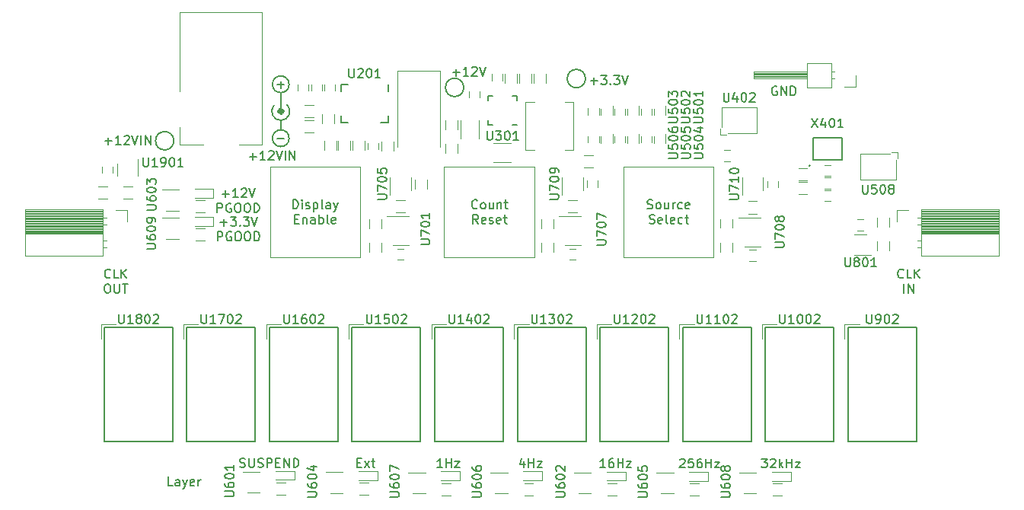
<source format=gbr>
G04 #@! TF.GenerationSoftware,KiCad,Pcbnew,(5.1.4)-1*
G04 #@! TF.CreationDate,2019-12-15T14:44:31-06:00*
G04 #@! TF.ProjectId,Incrementor,496e6372-656d-4656-9e74-6f722e6b6963,rev?*
G04 #@! TF.SameCoordinates,Original*
G04 #@! TF.FileFunction,Legend,Top*
G04 #@! TF.FilePolarity,Positive*
%FSLAX46Y46*%
G04 Gerber Fmt 4.6, Leading zero omitted, Abs format (unit mm)*
G04 Created by KiCad (PCBNEW (5.1.4)-1) date 2019-12-15 14:44:31*
%MOMM*%
%LPD*%
G04 APERTURE LIST*
%ADD10C,0.150000*%
%ADD11C,0.152400*%
%ADD12C,0.500000*%
%ADD13C,0.120000*%
G04 APERTURE END LIST*
D10*
X75985761Y-83034642D02*
X75938142Y-83082261D01*
X75795285Y-83129880D01*
X75700047Y-83129880D01*
X75557190Y-83082261D01*
X75461952Y-82987023D01*
X75414333Y-82891785D01*
X75366714Y-82701309D01*
X75366714Y-82558452D01*
X75414333Y-82367976D01*
X75461952Y-82272738D01*
X75557190Y-82177500D01*
X75700047Y-82129880D01*
X75795285Y-82129880D01*
X75938142Y-82177500D01*
X75985761Y-82225119D01*
X76890523Y-83129880D02*
X76414333Y-83129880D01*
X76414333Y-82129880D01*
X77223857Y-83129880D02*
X77223857Y-82129880D01*
X77795285Y-83129880D02*
X77366714Y-82558452D01*
X77795285Y-82129880D02*
X77223857Y-82701309D01*
X75581000Y-83779880D02*
X75771476Y-83779880D01*
X75866714Y-83827500D01*
X75961952Y-83922738D01*
X76009571Y-84113214D01*
X76009571Y-84446547D01*
X75961952Y-84637023D01*
X75866714Y-84732261D01*
X75771476Y-84779880D01*
X75581000Y-84779880D01*
X75485761Y-84732261D01*
X75390523Y-84637023D01*
X75342904Y-84446547D01*
X75342904Y-84113214D01*
X75390523Y-83922738D01*
X75485761Y-83827500D01*
X75581000Y-83779880D01*
X76438142Y-83779880D02*
X76438142Y-84589404D01*
X76485761Y-84684642D01*
X76533380Y-84732261D01*
X76628619Y-84779880D01*
X76819095Y-84779880D01*
X76914333Y-84732261D01*
X76961952Y-84684642D01*
X77009571Y-84589404D01*
X77009571Y-83779880D01*
X77342904Y-83779880D02*
X77914333Y-83779880D01*
X77628619Y-84779880D02*
X77628619Y-83779880D01*
X164187261Y-83034642D02*
X164139642Y-83082261D01*
X163996785Y-83129880D01*
X163901547Y-83129880D01*
X163758690Y-83082261D01*
X163663452Y-82987023D01*
X163615833Y-82891785D01*
X163568214Y-82701309D01*
X163568214Y-82558452D01*
X163615833Y-82367976D01*
X163663452Y-82272738D01*
X163758690Y-82177500D01*
X163901547Y-82129880D01*
X163996785Y-82129880D01*
X164139642Y-82177500D01*
X164187261Y-82225119D01*
X165092023Y-83129880D02*
X164615833Y-83129880D01*
X164615833Y-82129880D01*
X165425357Y-83129880D02*
X165425357Y-82129880D01*
X165996785Y-83129880D02*
X165568214Y-82558452D01*
X165996785Y-82129880D02*
X165425357Y-82701309D01*
X164258690Y-84779880D02*
X164258690Y-83779880D01*
X164734880Y-84779880D02*
X164734880Y-83779880D01*
X165306309Y-84779880D01*
X165306309Y-83779880D01*
X150114095Y-61857000D02*
X150018857Y-61809380D01*
X149876000Y-61809380D01*
X149733142Y-61857000D01*
X149637904Y-61952238D01*
X149590285Y-62047476D01*
X149542666Y-62237952D01*
X149542666Y-62380809D01*
X149590285Y-62571285D01*
X149637904Y-62666523D01*
X149733142Y-62761761D01*
X149876000Y-62809380D01*
X149971238Y-62809380D01*
X150114095Y-62761761D01*
X150161714Y-62714142D01*
X150161714Y-62380809D01*
X149971238Y-62380809D01*
X150590285Y-62809380D02*
X150590285Y-61809380D01*
X151161714Y-62809380D01*
X151161714Y-61809380D01*
X151637904Y-62809380D02*
X151637904Y-61809380D01*
X151876000Y-61809380D01*
X152018857Y-61857000D01*
X152114095Y-61952238D01*
X152161714Y-62047476D01*
X152209333Y-62237952D01*
X152209333Y-62380809D01*
X152161714Y-62571285D01*
X152114095Y-62666523D01*
X152018857Y-62761761D01*
X151876000Y-62809380D01*
X151637904Y-62809380D01*
X91456190Y-69603928D02*
X92218095Y-69603928D01*
X91837142Y-69984880D02*
X91837142Y-69222976D01*
X93218095Y-69984880D02*
X92646666Y-69984880D01*
X92932380Y-69984880D02*
X92932380Y-68984880D01*
X92837142Y-69127738D01*
X92741904Y-69222976D01*
X92646666Y-69270595D01*
X93599047Y-69080119D02*
X93646666Y-69032500D01*
X93741904Y-68984880D01*
X93980000Y-68984880D01*
X94075238Y-69032500D01*
X94122857Y-69080119D01*
X94170476Y-69175357D01*
X94170476Y-69270595D01*
X94122857Y-69413452D01*
X93551428Y-69984880D01*
X94170476Y-69984880D01*
X94456190Y-68984880D02*
X94789523Y-69984880D01*
X95122857Y-68984880D01*
X95456190Y-69984880D02*
X95456190Y-68984880D01*
X95932380Y-69984880D02*
X95932380Y-68984880D01*
X96503809Y-69984880D01*
X96503809Y-68984880D01*
X94551547Y-67571928D02*
X95313452Y-67571928D01*
X94551547Y-61602928D02*
X95313452Y-61602928D01*
X94932500Y-61983880D02*
X94932500Y-61221976D01*
X82913695Y-106243380D02*
X82437504Y-106243380D01*
X82437504Y-105243380D01*
X83675600Y-106243380D02*
X83675600Y-105719571D01*
X83627980Y-105624333D01*
X83532742Y-105576714D01*
X83342266Y-105576714D01*
X83247028Y-105624333D01*
X83675600Y-106195761D02*
X83580361Y-106243380D01*
X83342266Y-106243380D01*
X83247028Y-106195761D01*
X83199409Y-106100523D01*
X83199409Y-106005285D01*
X83247028Y-105910047D01*
X83342266Y-105862428D01*
X83580361Y-105862428D01*
X83675600Y-105814809D01*
X84056552Y-105576714D02*
X84294647Y-106243380D01*
X84532742Y-105576714D02*
X84294647Y-106243380D01*
X84199409Y-106481476D01*
X84151790Y-106529095D01*
X84056552Y-106576714D01*
X85294647Y-106195761D02*
X85199409Y-106243380D01*
X85008933Y-106243380D01*
X84913695Y-106195761D01*
X84866076Y-106100523D01*
X84866076Y-105719571D01*
X84913695Y-105624333D01*
X85008933Y-105576714D01*
X85199409Y-105576714D01*
X85294647Y-105624333D01*
X85342266Y-105719571D01*
X85342266Y-105814809D01*
X84866076Y-105910047D01*
X85770838Y-106243380D02*
X85770838Y-105576714D01*
X85770838Y-105767190D02*
X85818457Y-105671952D01*
X85866076Y-105624333D01*
X85961314Y-105576714D01*
X86056552Y-105576714D01*
X135717257Y-75373361D02*
X135860114Y-75420980D01*
X136098209Y-75420980D01*
X136193447Y-75373361D01*
X136241066Y-75325742D01*
X136288685Y-75230504D01*
X136288685Y-75135266D01*
X136241066Y-75040028D01*
X136193447Y-74992409D01*
X136098209Y-74944790D01*
X135907733Y-74897171D01*
X135812495Y-74849552D01*
X135764876Y-74801933D01*
X135717257Y-74706695D01*
X135717257Y-74611457D01*
X135764876Y-74516219D01*
X135812495Y-74468600D01*
X135907733Y-74420980D01*
X136145828Y-74420980D01*
X136288685Y-74468600D01*
X136860114Y-75420980D02*
X136764876Y-75373361D01*
X136717257Y-75325742D01*
X136669638Y-75230504D01*
X136669638Y-74944790D01*
X136717257Y-74849552D01*
X136764876Y-74801933D01*
X136860114Y-74754314D01*
X137002971Y-74754314D01*
X137098209Y-74801933D01*
X137145828Y-74849552D01*
X137193447Y-74944790D01*
X137193447Y-75230504D01*
X137145828Y-75325742D01*
X137098209Y-75373361D01*
X137002971Y-75420980D01*
X136860114Y-75420980D01*
X138050590Y-74754314D02*
X138050590Y-75420980D01*
X137622019Y-74754314D02*
X137622019Y-75278123D01*
X137669638Y-75373361D01*
X137764876Y-75420980D01*
X137907733Y-75420980D01*
X138002971Y-75373361D01*
X138050590Y-75325742D01*
X138526780Y-75420980D02*
X138526780Y-74754314D01*
X138526780Y-74944790D02*
X138574400Y-74849552D01*
X138622019Y-74801933D01*
X138717257Y-74754314D01*
X138812495Y-74754314D01*
X139574400Y-75373361D02*
X139479161Y-75420980D01*
X139288685Y-75420980D01*
X139193447Y-75373361D01*
X139145828Y-75325742D01*
X139098209Y-75230504D01*
X139098209Y-74944790D01*
X139145828Y-74849552D01*
X139193447Y-74801933D01*
X139288685Y-74754314D01*
X139479161Y-74754314D01*
X139574400Y-74801933D01*
X140383923Y-75373361D02*
X140288685Y-75420980D01*
X140098209Y-75420980D01*
X140002971Y-75373361D01*
X139955352Y-75278123D01*
X139955352Y-74897171D01*
X140002971Y-74801933D01*
X140098209Y-74754314D01*
X140288685Y-74754314D01*
X140383923Y-74801933D01*
X140431542Y-74897171D01*
X140431542Y-74992409D01*
X139955352Y-75087647D01*
X135955352Y-77023361D02*
X136098209Y-77070980D01*
X136336304Y-77070980D01*
X136431542Y-77023361D01*
X136479161Y-76975742D01*
X136526780Y-76880504D01*
X136526780Y-76785266D01*
X136479161Y-76690028D01*
X136431542Y-76642409D01*
X136336304Y-76594790D01*
X136145828Y-76547171D01*
X136050590Y-76499552D01*
X136002971Y-76451933D01*
X135955352Y-76356695D01*
X135955352Y-76261457D01*
X136002971Y-76166219D01*
X136050590Y-76118600D01*
X136145828Y-76070980D01*
X136383923Y-76070980D01*
X136526780Y-76118600D01*
X137336304Y-77023361D02*
X137241066Y-77070980D01*
X137050590Y-77070980D01*
X136955352Y-77023361D01*
X136907733Y-76928123D01*
X136907733Y-76547171D01*
X136955352Y-76451933D01*
X137050590Y-76404314D01*
X137241066Y-76404314D01*
X137336304Y-76451933D01*
X137383923Y-76547171D01*
X137383923Y-76642409D01*
X136907733Y-76737647D01*
X137955352Y-77070980D02*
X137860114Y-77023361D01*
X137812495Y-76928123D01*
X137812495Y-76070980D01*
X138717257Y-77023361D02*
X138622019Y-77070980D01*
X138431542Y-77070980D01*
X138336304Y-77023361D01*
X138288685Y-76928123D01*
X138288685Y-76547171D01*
X138336304Y-76451933D01*
X138431542Y-76404314D01*
X138622019Y-76404314D01*
X138717257Y-76451933D01*
X138764876Y-76547171D01*
X138764876Y-76642409D01*
X138288685Y-76737647D01*
X139622019Y-77023361D02*
X139526780Y-77070980D01*
X139336304Y-77070980D01*
X139241066Y-77023361D01*
X139193447Y-76975742D01*
X139145828Y-76880504D01*
X139145828Y-76594790D01*
X139193447Y-76499552D01*
X139241066Y-76451933D01*
X139336304Y-76404314D01*
X139526780Y-76404314D01*
X139622019Y-76451933D01*
X139907733Y-76404314D02*
X140288685Y-76404314D01*
X140050590Y-76070980D02*
X140050590Y-76928123D01*
X140098209Y-77023361D01*
X140193447Y-77070980D01*
X140288685Y-77070980D01*
X116802066Y-75325742D02*
X116754447Y-75373361D01*
X116611590Y-75420980D01*
X116516352Y-75420980D01*
X116373495Y-75373361D01*
X116278257Y-75278123D01*
X116230638Y-75182885D01*
X116183019Y-74992409D01*
X116183019Y-74849552D01*
X116230638Y-74659076D01*
X116278257Y-74563838D01*
X116373495Y-74468600D01*
X116516352Y-74420980D01*
X116611590Y-74420980D01*
X116754447Y-74468600D01*
X116802066Y-74516219D01*
X117373495Y-75420980D02*
X117278257Y-75373361D01*
X117230638Y-75325742D01*
X117183019Y-75230504D01*
X117183019Y-74944790D01*
X117230638Y-74849552D01*
X117278257Y-74801933D01*
X117373495Y-74754314D01*
X117516352Y-74754314D01*
X117611590Y-74801933D01*
X117659209Y-74849552D01*
X117706828Y-74944790D01*
X117706828Y-75230504D01*
X117659209Y-75325742D01*
X117611590Y-75373361D01*
X117516352Y-75420980D01*
X117373495Y-75420980D01*
X118563971Y-74754314D02*
X118563971Y-75420980D01*
X118135400Y-74754314D02*
X118135400Y-75278123D01*
X118183019Y-75373361D01*
X118278257Y-75420980D01*
X118421114Y-75420980D01*
X118516352Y-75373361D01*
X118563971Y-75325742D01*
X119040161Y-74754314D02*
X119040161Y-75420980D01*
X119040161Y-74849552D02*
X119087780Y-74801933D01*
X119183019Y-74754314D01*
X119325876Y-74754314D01*
X119421114Y-74801933D01*
X119468733Y-74897171D01*
X119468733Y-75420980D01*
X119802066Y-74754314D02*
X120183019Y-74754314D01*
X119944923Y-74420980D02*
X119944923Y-75278123D01*
X119992542Y-75373361D01*
X120087780Y-75420980D01*
X120183019Y-75420980D01*
X116897304Y-77070980D02*
X116563971Y-76594790D01*
X116325876Y-77070980D02*
X116325876Y-76070980D01*
X116706828Y-76070980D01*
X116802066Y-76118600D01*
X116849685Y-76166219D01*
X116897304Y-76261457D01*
X116897304Y-76404314D01*
X116849685Y-76499552D01*
X116802066Y-76547171D01*
X116706828Y-76594790D01*
X116325876Y-76594790D01*
X117706828Y-77023361D02*
X117611590Y-77070980D01*
X117421114Y-77070980D01*
X117325876Y-77023361D01*
X117278257Y-76928123D01*
X117278257Y-76547171D01*
X117325876Y-76451933D01*
X117421114Y-76404314D01*
X117611590Y-76404314D01*
X117706828Y-76451933D01*
X117754447Y-76547171D01*
X117754447Y-76642409D01*
X117278257Y-76737647D01*
X118135400Y-77023361D02*
X118230638Y-77070980D01*
X118421114Y-77070980D01*
X118516352Y-77023361D01*
X118563971Y-76928123D01*
X118563971Y-76880504D01*
X118516352Y-76785266D01*
X118421114Y-76737647D01*
X118278257Y-76737647D01*
X118183019Y-76690028D01*
X118135400Y-76594790D01*
X118135400Y-76547171D01*
X118183019Y-76451933D01*
X118278257Y-76404314D01*
X118421114Y-76404314D01*
X118516352Y-76451933D01*
X119373495Y-77023361D02*
X119278257Y-77070980D01*
X119087780Y-77070980D01*
X118992542Y-77023361D01*
X118944923Y-76928123D01*
X118944923Y-76547171D01*
X118992542Y-76451933D01*
X119087780Y-76404314D01*
X119278257Y-76404314D01*
X119373495Y-76451933D01*
X119421114Y-76547171D01*
X119421114Y-76642409D01*
X118944923Y-76737647D01*
X119706828Y-76404314D02*
X120087780Y-76404314D01*
X119849685Y-76070980D02*
X119849685Y-76928123D01*
X119897304Y-77023361D01*
X119992542Y-77070980D01*
X120087780Y-77070980D01*
X96302819Y-75420980D02*
X96302819Y-74420980D01*
X96540914Y-74420980D01*
X96683771Y-74468600D01*
X96779009Y-74563838D01*
X96826628Y-74659076D01*
X96874247Y-74849552D01*
X96874247Y-74992409D01*
X96826628Y-75182885D01*
X96779009Y-75278123D01*
X96683771Y-75373361D01*
X96540914Y-75420980D01*
X96302819Y-75420980D01*
X97302819Y-75420980D02*
X97302819Y-74754314D01*
X97302819Y-74420980D02*
X97255200Y-74468600D01*
X97302819Y-74516219D01*
X97350438Y-74468600D01*
X97302819Y-74420980D01*
X97302819Y-74516219D01*
X97731390Y-75373361D02*
X97826628Y-75420980D01*
X98017104Y-75420980D01*
X98112342Y-75373361D01*
X98159961Y-75278123D01*
X98159961Y-75230504D01*
X98112342Y-75135266D01*
X98017104Y-75087647D01*
X97874247Y-75087647D01*
X97779009Y-75040028D01*
X97731390Y-74944790D01*
X97731390Y-74897171D01*
X97779009Y-74801933D01*
X97874247Y-74754314D01*
X98017104Y-74754314D01*
X98112342Y-74801933D01*
X98588533Y-74754314D02*
X98588533Y-75754314D01*
X98588533Y-74801933D02*
X98683771Y-74754314D01*
X98874247Y-74754314D01*
X98969485Y-74801933D01*
X99017104Y-74849552D01*
X99064723Y-74944790D01*
X99064723Y-75230504D01*
X99017104Y-75325742D01*
X98969485Y-75373361D01*
X98874247Y-75420980D01*
X98683771Y-75420980D01*
X98588533Y-75373361D01*
X99636152Y-75420980D02*
X99540914Y-75373361D01*
X99493295Y-75278123D01*
X99493295Y-74420980D01*
X100445676Y-75420980D02*
X100445676Y-74897171D01*
X100398057Y-74801933D01*
X100302819Y-74754314D01*
X100112342Y-74754314D01*
X100017104Y-74801933D01*
X100445676Y-75373361D02*
X100350438Y-75420980D01*
X100112342Y-75420980D01*
X100017104Y-75373361D01*
X99969485Y-75278123D01*
X99969485Y-75182885D01*
X100017104Y-75087647D01*
X100112342Y-75040028D01*
X100350438Y-75040028D01*
X100445676Y-74992409D01*
X100826628Y-74754314D02*
X101064723Y-75420980D01*
X101302819Y-74754314D02*
X101064723Y-75420980D01*
X100969485Y-75659076D01*
X100921866Y-75706695D01*
X100826628Y-75754314D01*
X96493295Y-76547171D02*
X96826628Y-76547171D01*
X96969485Y-77070980D02*
X96493295Y-77070980D01*
X96493295Y-76070980D01*
X96969485Y-76070980D01*
X97398057Y-76404314D02*
X97398057Y-77070980D01*
X97398057Y-76499552D02*
X97445676Y-76451933D01*
X97540914Y-76404314D01*
X97683771Y-76404314D01*
X97779009Y-76451933D01*
X97826628Y-76547171D01*
X97826628Y-77070980D01*
X98731390Y-77070980D02*
X98731390Y-76547171D01*
X98683771Y-76451933D01*
X98588533Y-76404314D01*
X98398057Y-76404314D01*
X98302819Y-76451933D01*
X98731390Y-77023361D02*
X98636152Y-77070980D01*
X98398057Y-77070980D01*
X98302819Y-77023361D01*
X98255200Y-76928123D01*
X98255200Y-76832885D01*
X98302819Y-76737647D01*
X98398057Y-76690028D01*
X98636152Y-76690028D01*
X98731390Y-76642409D01*
X99207580Y-77070980D02*
X99207580Y-76070980D01*
X99207580Y-76451933D02*
X99302819Y-76404314D01*
X99493295Y-76404314D01*
X99588533Y-76451933D01*
X99636152Y-76499552D01*
X99683771Y-76594790D01*
X99683771Y-76880504D01*
X99636152Y-76975742D01*
X99588533Y-77023361D01*
X99493295Y-77070980D01*
X99302819Y-77070980D01*
X99207580Y-77023361D01*
X100255200Y-77070980D02*
X100159961Y-77023361D01*
X100112342Y-76928123D01*
X100112342Y-76070980D01*
X101017104Y-77023361D02*
X100921866Y-77070980D01*
X100731390Y-77070980D01*
X100636152Y-77023361D01*
X100588533Y-76928123D01*
X100588533Y-76547171D01*
X100636152Y-76451933D01*
X100731390Y-76404314D01*
X100921866Y-76404314D01*
X101017104Y-76451933D01*
X101064723Y-76547171D01*
X101064723Y-76642409D01*
X100588533Y-76737647D01*
X112924204Y-104198680D02*
X112352776Y-104198680D01*
X112638490Y-104198680D02*
X112638490Y-103198680D01*
X112543252Y-103341538D01*
X112448014Y-103436776D01*
X112352776Y-103484395D01*
X113352776Y-104198680D02*
X113352776Y-103198680D01*
X113352776Y-103674871D02*
X113924204Y-103674871D01*
X113924204Y-104198680D02*
X113924204Y-103198680D01*
X114305157Y-103532014D02*
X114828966Y-103532014D01*
X114305157Y-104198680D01*
X114828966Y-104198680D01*
X121985666Y-103532014D02*
X121985666Y-104198680D01*
X121747571Y-103151061D02*
X121509476Y-103865347D01*
X122128523Y-103865347D01*
X122509476Y-104198680D02*
X122509476Y-103198680D01*
X122509476Y-103674871D02*
X123080904Y-103674871D01*
X123080904Y-104198680D02*
X123080904Y-103198680D01*
X123461857Y-103532014D02*
X123985666Y-103532014D01*
X123461857Y-104198680D01*
X123985666Y-104198680D01*
X148411257Y-103224080D02*
X149030304Y-103224080D01*
X148696971Y-103605033D01*
X148839828Y-103605033D01*
X148935066Y-103652652D01*
X148982685Y-103700271D01*
X149030304Y-103795509D01*
X149030304Y-104033604D01*
X148982685Y-104128842D01*
X148935066Y-104176461D01*
X148839828Y-104224080D01*
X148554114Y-104224080D01*
X148458876Y-104176461D01*
X148411257Y-104128842D01*
X149411257Y-103319319D02*
X149458876Y-103271700D01*
X149554114Y-103224080D01*
X149792209Y-103224080D01*
X149887447Y-103271700D01*
X149935066Y-103319319D01*
X149982685Y-103414557D01*
X149982685Y-103509795D01*
X149935066Y-103652652D01*
X149363638Y-104224080D01*
X149982685Y-104224080D01*
X150411257Y-104224080D02*
X150411257Y-103224080D01*
X150506495Y-103843128D02*
X150792209Y-104224080D01*
X150792209Y-103557414D02*
X150411257Y-103938366D01*
X151220780Y-104224080D02*
X151220780Y-103224080D01*
X151220780Y-103700271D02*
X151792209Y-103700271D01*
X151792209Y-104224080D02*
X151792209Y-103224080D01*
X152173161Y-103557414D02*
X152696971Y-103557414D01*
X152173161Y-104224080D01*
X152696971Y-104224080D01*
X139327576Y-103319319D02*
X139375195Y-103271700D01*
X139470433Y-103224080D01*
X139708528Y-103224080D01*
X139803766Y-103271700D01*
X139851385Y-103319319D01*
X139899004Y-103414557D01*
X139899004Y-103509795D01*
X139851385Y-103652652D01*
X139279957Y-104224080D01*
X139899004Y-104224080D01*
X140803766Y-103224080D02*
X140327576Y-103224080D01*
X140279957Y-103700271D01*
X140327576Y-103652652D01*
X140422814Y-103605033D01*
X140660909Y-103605033D01*
X140756147Y-103652652D01*
X140803766Y-103700271D01*
X140851385Y-103795509D01*
X140851385Y-104033604D01*
X140803766Y-104128842D01*
X140756147Y-104176461D01*
X140660909Y-104224080D01*
X140422814Y-104224080D01*
X140327576Y-104176461D01*
X140279957Y-104128842D01*
X141708528Y-103224080D02*
X141518052Y-103224080D01*
X141422814Y-103271700D01*
X141375195Y-103319319D01*
X141279957Y-103462176D01*
X141232338Y-103652652D01*
X141232338Y-104033604D01*
X141279957Y-104128842D01*
X141327576Y-104176461D01*
X141422814Y-104224080D01*
X141613290Y-104224080D01*
X141708528Y-104176461D01*
X141756147Y-104128842D01*
X141803766Y-104033604D01*
X141803766Y-103795509D01*
X141756147Y-103700271D01*
X141708528Y-103652652D01*
X141613290Y-103605033D01*
X141422814Y-103605033D01*
X141327576Y-103652652D01*
X141279957Y-103700271D01*
X141232338Y-103795509D01*
X142232338Y-104224080D02*
X142232338Y-103224080D01*
X142232338Y-103700271D02*
X142803766Y-103700271D01*
X142803766Y-104224080D02*
X142803766Y-103224080D01*
X143184719Y-103557414D02*
X143708528Y-103557414D01*
X143184719Y-104224080D01*
X143708528Y-104224080D01*
X103459595Y-103662171D02*
X103792928Y-103662171D01*
X103935785Y-104185980D02*
X103459595Y-104185980D01*
X103459595Y-103185980D01*
X103935785Y-103185980D01*
X104269119Y-104185980D02*
X104792928Y-103519314D01*
X104269119Y-103519314D02*
X104792928Y-104185980D01*
X105031023Y-103519314D02*
X105411976Y-103519314D01*
X105173880Y-103185980D02*
X105173880Y-104043123D01*
X105221500Y-104138361D01*
X105316738Y-104185980D01*
X105411976Y-104185980D01*
X131047104Y-104211380D02*
X130475676Y-104211380D01*
X130761390Y-104211380D02*
X130761390Y-103211380D01*
X130666152Y-103354238D01*
X130570914Y-103449476D01*
X130475676Y-103497095D01*
X131904247Y-103211380D02*
X131713771Y-103211380D01*
X131618533Y-103259000D01*
X131570914Y-103306619D01*
X131475676Y-103449476D01*
X131428057Y-103639952D01*
X131428057Y-104020904D01*
X131475676Y-104116142D01*
X131523295Y-104163761D01*
X131618533Y-104211380D01*
X131809009Y-104211380D01*
X131904247Y-104163761D01*
X131951866Y-104116142D01*
X131999485Y-104020904D01*
X131999485Y-103782809D01*
X131951866Y-103687571D01*
X131904247Y-103639952D01*
X131809009Y-103592333D01*
X131618533Y-103592333D01*
X131523295Y-103639952D01*
X131475676Y-103687571D01*
X131428057Y-103782809D01*
X132428057Y-104211380D02*
X132428057Y-103211380D01*
X132428057Y-103687571D02*
X132999485Y-103687571D01*
X132999485Y-104211380D02*
X132999485Y-103211380D01*
X133380438Y-103544714D02*
X133904247Y-103544714D01*
X133380438Y-104211380D01*
X133904247Y-104211380D01*
X90407176Y-104138361D02*
X90550033Y-104185980D01*
X90788128Y-104185980D01*
X90883366Y-104138361D01*
X90930985Y-104090742D01*
X90978604Y-103995504D01*
X90978604Y-103900266D01*
X90930985Y-103805028D01*
X90883366Y-103757409D01*
X90788128Y-103709790D01*
X90597652Y-103662171D01*
X90502414Y-103614552D01*
X90454795Y-103566933D01*
X90407176Y-103471695D01*
X90407176Y-103376457D01*
X90454795Y-103281219D01*
X90502414Y-103233600D01*
X90597652Y-103185980D01*
X90835747Y-103185980D01*
X90978604Y-103233600D01*
X91407176Y-103185980D02*
X91407176Y-103995504D01*
X91454795Y-104090742D01*
X91502414Y-104138361D01*
X91597652Y-104185980D01*
X91788128Y-104185980D01*
X91883366Y-104138361D01*
X91930985Y-104090742D01*
X91978604Y-103995504D01*
X91978604Y-103185980D01*
X92407176Y-104138361D02*
X92550033Y-104185980D01*
X92788128Y-104185980D01*
X92883366Y-104138361D01*
X92930985Y-104090742D01*
X92978604Y-103995504D01*
X92978604Y-103900266D01*
X92930985Y-103805028D01*
X92883366Y-103757409D01*
X92788128Y-103709790D01*
X92597652Y-103662171D01*
X92502414Y-103614552D01*
X92454795Y-103566933D01*
X92407176Y-103471695D01*
X92407176Y-103376457D01*
X92454795Y-103281219D01*
X92502414Y-103233600D01*
X92597652Y-103185980D01*
X92835747Y-103185980D01*
X92978604Y-103233600D01*
X93407176Y-104185980D02*
X93407176Y-103185980D01*
X93788128Y-103185980D01*
X93883366Y-103233600D01*
X93930985Y-103281219D01*
X93978604Y-103376457D01*
X93978604Y-103519314D01*
X93930985Y-103614552D01*
X93883366Y-103662171D01*
X93788128Y-103709790D01*
X93407176Y-103709790D01*
X94407176Y-103662171D02*
X94740509Y-103662171D01*
X94883366Y-104185980D02*
X94407176Y-104185980D01*
X94407176Y-103185980D01*
X94883366Y-103185980D01*
X95311938Y-104185980D02*
X95311938Y-103185980D01*
X95883366Y-104185980D01*
X95883366Y-103185980D01*
X96359557Y-104185980D02*
X96359557Y-103185980D01*
X96597652Y-103185980D01*
X96740509Y-103233600D01*
X96835747Y-103328838D01*
X96883366Y-103424076D01*
X96930985Y-103614552D01*
X96930985Y-103757409D01*
X96883366Y-103947885D01*
X96835747Y-104043123D01*
X96740509Y-104138361D01*
X96597652Y-104185980D01*
X96359557Y-104185980D01*
X88433495Y-73770028D02*
X89195400Y-73770028D01*
X88814447Y-74150980D02*
X88814447Y-73389076D01*
X90195400Y-74150980D02*
X89623971Y-74150980D01*
X89909685Y-74150980D02*
X89909685Y-73150980D01*
X89814447Y-73293838D01*
X89719209Y-73389076D01*
X89623971Y-73436695D01*
X90576352Y-73246219D02*
X90623971Y-73198600D01*
X90719209Y-73150980D01*
X90957304Y-73150980D01*
X91052542Y-73198600D01*
X91100161Y-73246219D01*
X91147780Y-73341457D01*
X91147780Y-73436695D01*
X91100161Y-73579552D01*
X90528733Y-74150980D01*
X91147780Y-74150980D01*
X91433495Y-73150980D02*
X91766828Y-74150980D01*
X92100161Y-73150980D01*
X87885876Y-75800980D02*
X87885876Y-74800980D01*
X88266828Y-74800980D01*
X88362066Y-74848600D01*
X88409685Y-74896219D01*
X88457304Y-74991457D01*
X88457304Y-75134314D01*
X88409685Y-75229552D01*
X88362066Y-75277171D01*
X88266828Y-75324790D01*
X87885876Y-75324790D01*
X89409685Y-74848600D02*
X89314447Y-74800980D01*
X89171590Y-74800980D01*
X89028733Y-74848600D01*
X88933495Y-74943838D01*
X88885876Y-75039076D01*
X88838257Y-75229552D01*
X88838257Y-75372409D01*
X88885876Y-75562885D01*
X88933495Y-75658123D01*
X89028733Y-75753361D01*
X89171590Y-75800980D01*
X89266828Y-75800980D01*
X89409685Y-75753361D01*
X89457304Y-75705742D01*
X89457304Y-75372409D01*
X89266828Y-75372409D01*
X90076352Y-74800980D02*
X90266828Y-74800980D01*
X90362066Y-74848600D01*
X90457304Y-74943838D01*
X90504923Y-75134314D01*
X90504923Y-75467647D01*
X90457304Y-75658123D01*
X90362066Y-75753361D01*
X90266828Y-75800980D01*
X90076352Y-75800980D01*
X89981114Y-75753361D01*
X89885876Y-75658123D01*
X89838257Y-75467647D01*
X89838257Y-75134314D01*
X89885876Y-74943838D01*
X89981114Y-74848600D01*
X90076352Y-74800980D01*
X91123971Y-74800980D02*
X91314447Y-74800980D01*
X91409685Y-74848600D01*
X91504923Y-74943838D01*
X91552542Y-75134314D01*
X91552542Y-75467647D01*
X91504923Y-75658123D01*
X91409685Y-75753361D01*
X91314447Y-75800980D01*
X91123971Y-75800980D01*
X91028733Y-75753361D01*
X90933495Y-75658123D01*
X90885876Y-75467647D01*
X90885876Y-75134314D01*
X90933495Y-74943838D01*
X91028733Y-74848600D01*
X91123971Y-74800980D01*
X91981114Y-75800980D02*
X91981114Y-74800980D01*
X92219209Y-74800980D01*
X92362066Y-74848600D01*
X92457304Y-74943838D01*
X92504923Y-75039076D01*
X92552542Y-75229552D01*
X92552542Y-75372409D01*
X92504923Y-75562885D01*
X92457304Y-75658123D01*
X92362066Y-75753361D01*
X92219209Y-75800980D01*
X91981114Y-75800980D01*
X88220800Y-76945028D02*
X88982704Y-76945028D01*
X88601752Y-77325980D02*
X88601752Y-76564076D01*
X89363657Y-76325980D02*
X89982704Y-76325980D01*
X89649371Y-76706933D01*
X89792228Y-76706933D01*
X89887466Y-76754552D01*
X89935085Y-76802171D01*
X89982704Y-76897409D01*
X89982704Y-77135504D01*
X89935085Y-77230742D01*
X89887466Y-77278361D01*
X89792228Y-77325980D01*
X89506514Y-77325980D01*
X89411276Y-77278361D01*
X89363657Y-77230742D01*
X90411276Y-77230742D02*
X90458895Y-77278361D01*
X90411276Y-77325980D01*
X90363657Y-77278361D01*
X90411276Y-77230742D01*
X90411276Y-77325980D01*
X90792228Y-76325980D02*
X91411276Y-76325980D01*
X91077942Y-76706933D01*
X91220800Y-76706933D01*
X91316038Y-76754552D01*
X91363657Y-76802171D01*
X91411276Y-76897409D01*
X91411276Y-77135504D01*
X91363657Y-77230742D01*
X91316038Y-77278361D01*
X91220800Y-77325980D01*
X90935085Y-77325980D01*
X90839847Y-77278361D01*
X90792228Y-77230742D01*
X91696990Y-76325980D02*
X92030323Y-77325980D01*
X92363657Y-76325980D01*
X87911276Y-78975980D02*
X87911276Y-77975980D01*
X88292228Y-77975980D01*
X88387466Y-78023600D01*
X88435085Y-78071219D01*
X88482704Y-78166457D01*
X88482704Y-78309314D01*
X88435085Y-78404552D01*
X88387466Y-78452171D01*
X88292228Y-78499790D01*
X87911276Y-78499790D01*
X89435085Y-78023600D02*
X89339847Y-77975980D01*
X89196990Y-77975980D01*
X89054133Y-78023600D01*
X88958895Y-78118838D01*
X88911276Y-78214076D01*
X88863657Y-78404552D01*
X88863657Y-78547409D01*
X88911276Y-78737885D01*
X88958895Y-78833123D01*
X89054133Y-78928361D01*
X89196990Y-78975980D01*
X89292228Y-78975980D01*
X89435085Y-78928361D01*
X89482704Y-78880742D01*
X89482704Y-78547409D01*
X89292228Y-78547409D01*
X90101752Y-77975980D02*
X90292228Y-77975980D01*
X90387466Y-78023600D01*
X90482704Y-78118838D01*
X90530323Y-78309314D01*
X90530323Y-78642647D01*
X90482704Y-78833123D01*
X90387466Y-78928361D01*
X90292228Y-78975980D01*
X90101752Y-78975980D01*
X90006514Y-78928361D01*
X89911276Y-78833123D01*
X89863657Y-78642647D01*
X89863657Y-78309314D01*
X89911276Y-78118838D01*
X90006514Y-78023600D01*
X90101752Y-77975980D01*
X91149371Y-77975980D02*
X91339847Y-77975980D01*
X91435085Y-78023600D01*
X91530323Y-78118838D01*
X91577942Y-78309314D01*
X91577942Y-78642647D01*
X91530323Y-78833123D01*
X91435085Y-78928361D01*
X91339847Y-78975980D01*
X91149371Y-78975980D01*
X91054133Y-78928361D01*
X90958895Y-78833123D01*
X90911276Y-78642647D01*
X90911276Y-78309314D01*
X90958895Y-78118838D01*
X91054133Y-78023600D01*
X91149371Y-77975980D01*
X92006514Y-78975980D02*
X92006514Y-77975980D01*
X92244609Y-77975980D01*
X92387466Y-78023600D01*
X92482704Y-78118838D01*
X92530323Y-78214076D01*
X92577942Y-78404552D01*
X92577942Y-78547409D01*
X92530323Y-78737885D01*
X92482704Y-78833123D01*
X92387466Y-78928361D01*
X92244609Y-78975980D01*
X92006514Y-78975980D01*
X129419600Y-61209228D02*
X130181504Y-61209228D01*
X129800552Y-61590180D02*
X129800552Y-60828276D01*
X130562457Y-60590180D02*
X131181504Y-60590180D01*
X130848171Y-60971133D01*
X130991028Y-60971133D01*
X131086266Y-61018752D01*
X131133885Y-61066371D01*
X131181504Y-61161609D01*
X131181504Y-61399704D01*
X131133885Y-61494942D01*
X131086266Y-61542561D01*
X130991028Y-61590180D01*
X130705314Y-61590180D01*
X130610076Y-61542561D01*
X130562457Y-61494942D01*
X131610076Y-61494942D02*
X131657695Y-61542561D01*
X131610076Y-61590180D01*
X131562457Y-61542561D01*
X131610076Y-61494942D01*
X131610076Y-61590180D01*
X131991028Y-60590180D02*
X132610076Y-60590180D01*
X132276742Y-60971133D01*
X132419600Y-60971133D01*
X132514838Y-61018752D01*
X132562457Y-61066371D01*
X132610076Y-61161609D01*
X132610076Y-61399704D01*
X132562457Y-61494942D01*
X132514838Y-61542561D01*
X132419600Y-61590180D01*
X132133885Y-61590180D01*
X132038647Y-61542561D01*
X131991028Y-61494942D01*
X132895790Y-60590180D02*
X133229123Y-61590180D01*
X133562457Y-60590180D01*
X75403390Y-67889428D02*
X76165295Y-67889428D01*
X75784342Y-68270380D02*
X75784342Y-67508476D01*
X77165295Y-68270380D02*
X76593866Y-68270380D01*
X76879580Y-68270380D02*
X76879580Y-67270380D01*
X76784342Y-67413238D01*
X76689104Y-67508476D01*
X76593866Y-67556095D01*
X77546247Y-67365619D02*
X77593866Y-67318000D01*
X77689104Y-67270380D01*
X77927200Y-67270380D01*
X78022438Y-67318000D01*
X78070057Y-67365619D01*
X78117676Y-67460857D01*
X78117676Y-67556095D01*
X78070057Y-67698952D01*
X77498628Y-68270380D01*
X78117676Y-68270380D01*
X78403390Y-67270380D02*
X78736723Y-68270380D01*
X79070057Y-67270380D01*
X79403390Y-68270380D02*
X79403390Y-67270380D01*
X79879580Y-68270380D02*
X79879580Y-67270380D01*
X80451009Y-68270380D01*
X80451009Y-67270380D01*
X114062095Y-60244028D02*
X114824000Y-60244028D01*
X114443047Y-60624980D02*
X114443047Y-59863076D01*
X115824000Y-60624980D02*
X115252571Y-60624980D01*
X115538285Y-60624980D02*
X115538285Y-59624980D01*
X115443047Y-59767838D01*
X115347809Y-59863076D01*
X115252571Y-59910695D01*
X116204952Y-59720219D02*
X116252571Y-59672600D01*
X116347809Y-59624980D01*
X116585904Y-59624980D01*
X116681142Y-59672600D01*
X116728761Y-59720219D01*
X116776380Y-59815457D01*
X116776380Y-59910695D01*
X116728761Y-60053552D01*
X116157333Y-60624980D01*
X116776380Y-60624980D01*
X117062095Y-59624980D02*
X117395428Y-60624980D01*
X117728761Y-59624980D01*
D11*
X154165500Y-67520500D02*
X157365500Y-67520500D01*
X157365500Y-67520500D02*
X157365500Y-70020500D01*
X157365500Y-70020500D02*
X154165500Y-70020500D01*
X154165500Y-70020500D02*
X154165500Y-67520500D01*
X153835100Y-70624700D02*
G75*
G03X153835100Y-70624700I-76200J0D01*
G01*
D10*
X94194000Y-63904500D02*
G75*
G03X95619000Y-63829500I750000J-675000D01*
G01*
D12*
X95119000Y-64579500D02*
G75*
G03X95119000Y-64579500I-175000J0D01*
G01*
D10*
X95869000Y-61579500D02*
G75*
G03X95869000Y-61579500I-925000J0D01*
G01*
X95869000Y-67579500D02*
G75*
G03X95869000Y-67579500I-925000J0D01*
G01*
X94944000Y-66579500D02*
X94944000Y-65679500D01*
X94944000Y-64579500D02*
X94944000Y-62579500D01*
D13*
X163515200Y-69803400D02*
X163515200Y-69143000D01*
X162854800Y-69143000D02*
X163515200Y-69143000D01*
X159425800Y-69320800D02*
X162677000Y-69320800D01*
X159425800Y-72216400D02*
X159425800Y-69320800D01*
X159425800Y-72216400D02*
X163337400Y-72216400D01*
X163337400Y-72216400D02*
X163337400Y-69955800D01*
X143808000Y-66533900D02*
X143808000Y-67194300D01*
X144468400Y-67194300D02*
X143808000Y-67194300D01*
X147897400Y-67016500D02*
X144646200Y-67016500D01*
X147897400Y-64120900D02*
X147897400Y-67016500D01*
X147897400Y-64120900D02*
X143985800Y-64120900D01*
X143985800Y-64120900D02*
X143985800Y-66381500D01*
X131841000Y-68078900D02*
X131841000Y-67078900D01*
X130541000Y-67378900D02*
X130541000Y-68078900D01*
X134787400Y-68078900D02*
X134787400Y-67078900D01*
X133487400Y-67378900D02*
X133487400Y-68078900D01*
X137759200Y-68078900D02*
X137759200Y-67078900D01*
X136459200Y-67378900D02*
X136459200Y-68078900D01*
X131841000Y-64972500D02*
X131841000Y-63972500D01*
X130541000Y-64272500D02*
X130541000Y-64972500D01*
X134787400Y-64980100D02*
X134787400Y-63980100D01*
X133487400Y-64280100D02*
X133487400Y-64980100D01*
X137759200Y-64980100D02*
X137759200Y-63980100D01*
X136459200Y-64280100D02*
X136459200Y-64980100D01*
X77851900Y-75539600D02*
X77851900Y-76809600D01*
X76581900Y-75539600D02*
X77851900Y-75539600D01*
X75551900Y-79729600D02*
X75121900Y-79729600D01*
X75551900Y-78969600D02*
X75121900Y-78969600D01*
X66491900Y-78079600D02*
X75121900Y-78079600D01*
X66491900Y-80679600D02*
X66491900Y-78079600D01*
X75121900Y-80679600D02*
X66491900Y-80679600D01*
X75121900Y-78079600D02*
X75121900Y-80679600D01*
X75121900Y-78179600D02*
X66491900Y-78179600D01*
X75121900Y-78059600D02*
X66491900Y-78059600D01*
X75121900Y-77939600D02*
X66491900Y-77939600D01*
X75121900Y-77819600D02*
X66491900Y-77819600D01*
X75121900Y-77699600D02*
X66491900Y-77699600D01*
X75121900Y-77579600D02*
X66491900Y-77579600D01*
X75121900Y-77459600D02*
X66491900Y-77459600D01*
X75121900Y-77339600D02*
X66491900Y-77339600D01*
X75121900Y-77219600D02*
X66491900Y-77219600D01*
X75121900Y-77099600D02*
X66491900Y-77099600D01*
X75121900Y-76979600D02*
X66491900Y-76979600D01*
X75121900Y-76859600D02*
X66491900Y-76859600D01*
X75121900Y-76739600D02*
X66491900Y-76739600D01*
X75121900Y-76619600D02*
X66491900Y-76619600D01*
X75121900Y-76499600D02*
X66491900Y-76499600D01*
X75121900Y-76379600D02*
X66491900Y-76379600D01*
X75121900Y-76259600D02*
X66491900Y-76259600D01*
X75121900Y-76139600D02*
X66491900Y-76139600D01*
X75121900Y-76019600D02*
X66491900Y-76019600D01*
X75121900Y-75899600D02*
X66491900Y-75899600D01*
X75121900Y-75779600D02*
X66491900Y-75779600D01*
X75121900Y-75659600D02*
X66491900Y-75659600D01*
X75551900Y-77189600D02*
X75121900Y-77189600D01*
X75551900Y-76429600D02*
X75121900Y-76429600D01*
X66491900Y-75479600D02*
X75121900Y-75479600D01*
X66491900Y-78079600D02*
X66491900Y-75479600D01*
X75121900Y-78079600D02*
X66491900Y-78079600D01*
X75121900Y-75479600D02*
X75121900Y-78079600D01*
X163474400Y-75539600D02*
X163474400Y-76809600D01*
X164744400Y-75539600D02*
X163474400Y-75539600D01*
X165774400Y-79729600D02*
X166204400Y-79729600D01*
X165774400Y-78969600D02*
X166204400Y-78969600D01*
X174834400Y-78079600D02*
X166204400Y-78079600D01*
X174834400Y-80679600D02*
X174834400Y-78079600D01*
X166204400Y-80679600D02*
X174834400Y-80679600D01*
X166204400Y-78079600D02*
X166204400Y-80679600D01*
X166204400Y-78179600D02*
X174834400Y-78179600D01*
X166204400Y-78059600D02*
X174834400Y-78059600D01*
X166204400Y-77939600D02*
X174834400Y-77939600D01*
X166204400Y-77819600D02*
X174834400Y-77819600D01*
X166204400Y-77699600D02*
X174834400Y-77699600D01*
X166204400Y-77579600D02*
X174834400Y-77579600D01*
X166204400Y-77459600D02*
X174834400Y-77459600D01*
X166204400Y-77339600D02*
X174834400Y-77339600D01*
X166204400Y-77219600D02*
X174834400Y-77219600D01*
X166204400Y-77099600D02*
X174834400Y-77099600D01*
X166204400Y-76979600D02*
X174834400Y-76979600D01*
X166204400Y-76859600D02*
X174834400Y-76859600D01*
X166204400Y-76739600D02*
X174834400Y-76739600D01*
X166204400Y-76619600D02*
X174834400Y-76619600D01*
X166204400Y-76499600D02*
X174834400Y-76499600D01*
X166204400Y-76379600D02*
X174834400Y-76379600D01*
X166204400Y-76259600D02*
X174834400Y-76259600D01*
X166204400Y-76139600D02*
X174834400Y-76139600D01*
X166204400Y-76019600D02*
X174834400Y-76019600D01*
X166204400Y-75899600D02*
X174834400Y-75899600D01*
X166204400Y-75779600D02*
X174834400Y-75779600D01*
X166204400Y-75659600D02*
X174834400Y-75659600D01*
X165774400Y-77189600D02*
X166204400Y-77189600D01*
X165774400Y-76429600D02*
X166204400Y-76429600D01*
X174834400Y-75479600D02*
X166204400Y-75479600D01*
X174834400Y-78079600D02*
X174834400Y-75479600D01*
X166204400Y-78079600D02*
X174834400Y-78079600D01*
X166204400Y-75479600D02*
X166204400Y-78079600D01*
X130317800Y-67366400D02*
X130317800Y-68066400D01*
X129117800Y-68066400D02*
X129117800Y-67366400D01*
X133264200Y-67366400D02*
X133264200Y-68066400D01*
X132064200Y-68066400D02*
X132064200Y-67366400D01*
X136236000Y-67366400D02*
X136236000Y-68066400D01*
X135036000Y-68066400D02*
X135036000Y-67366400D01*
X130317800Y-64260000D02*
X130317800Y-64960000D01*
X129117800Y-64960000D02*
X129117800Y-64260000D01*
X133264200Y-64267600D02*
X133264200Y-64967600D01*
X132064200Y-64967600D02*
X132064200Y-64267600D01*
X128633600Y-69500200D02*
X129633600Y-69500200D01*
X129633600Y-70860200D02*
X128633600Y-70860200D01*
X93738700Y-80810100D02*
X93738700Y-70777100D01*
X103771700Y-80810100D02*
X93738700Y-80810100D01*
X103771700Y-70777100D02*
X103771700Y-80810100D01*
X93738700Y-70777100D02*
X103771700Y-70777100D01*
X148568900Y-73369400D02*
X148568900Y-71969400D01*
X146248900Y-71969400D02*
X146248900Y-73869400D01*
X128553700Y-73344000D02*
X128553700Y-71944000D01*
X126233700Y-71944000D02*
X126233700Y-73844000D01*
X148308900Y-76393400D02*
X145858900Y-76393400D01*
X146508900Y-79613400D02*
X148308900Y-79613400D01*
X128357200Y-76241000D02*
X125907200Y-76241000D01*
X126557200Y-79461000D02*
X128357200Y-79461000D01*
X133057900Y-80810100D02*
X133057900Y-70777100D01*
X143090900Y-80810100D02*
X133057900Y-80810100D01*
X143090900Y-70777100D02*
X143090900Y-80810100D01*
X133057900Y-70777100D02*
X143090900Y-70777100D01*
X113118900Y-80810100D02*
X113118900Y-70777100D01*
X123151900Y-80810100D02*
X113118900Y-80810100D01*
X123151900Y-70777100D02*
X123151900Y-80810100D01*
X113118900Y-70777100D02*
X123151900Y-70777100D01*
X147908900Y-75952900D02*
X146908900Y-75952900D01*
X146908900Y-74592900D02*
X147908900Y-74592900D01*
X127893700Y-75800500D02*
X126893700Y-75800500D01*
X126893700Y-74440500D02*
X127893700Y-74440500D01*
X145167900Y-76550900D02*
X145167900Y-77550900D01*
X143807900Y-77550900D02*
X143807900Y-76550900D01*
X125279700Y-76589000D02*
X125279700Y-77589000D01*
X123919700Y-77589000D02*
X123919700Y-76589000D01*
X143807900Y-80217900D02*
X143807900Y-79217900D01*
X145167900Y-79217900D02*
X145167900Y-80217900D01*
X123919700Y-80192500D02*
X123919700Y-79192500D01*
X125279700Y-79192500D02*
X125279700Y-80192500D01*
X150231400Y-72319400D02*
X150231400Y-73019400D01*
X149031400Y-73019400D02*
X149031400Y-72319400D01*
X130216200Y-72294000D02*
X130216200Y-72994000D01*
X129016200Y-72994000D02*
X129016200Y-72294000D01*
X147758900Y-81206900D02*
X147058900Y-81206900D01*
X147058900Y-80006900D02*
X147758900Y-80006900D01*
X127743700Y-81054500D02*
X127043700Y-81054500D01*
X127043700Y-79854500D02*
X127743700Y-79854500D01*
X111220800Y-72156700D02*
X111220800Y-73156700D01*
X109860800Y-73156700D02*
X109860800Y-72156700D01*
X109414800Y-73356700D02*
X109414800Y-71956700D01*
X107094800Y-71956700D02*
X107094800Y-73856700D01*
X109218300Y-76253700D02*
X106768300Y-76253700D01*
X107418300Y-79473700D02*
X109218300Y-79473700D01*
D10*
X117983600Y-66102900D02*
X118483600Y-66102900D01*
X117983600Y-62852900D02*
X118483600Y-62852900D01*
X121233600Y-62852900D02*
X120733600Y-62852900D01*
X121233600Y-66102900D02*
X120733600Y-66102900D01*
X117983600Y-62852900D02*
X117983600Y-63352900D01*
X121233600Y-62852900D02*
X121233600Y-63352900D01*
X117983600Y-66102900D02*
X117983600Y-65602900D01*
X106866600Y-65815500D02*
X106866600Y-65040500D01*
X101616600Y-65815500D02*
X101616600Y-65040500D01*
X101616600Y-61565500D02*
X101616600Y-62340500D01*
X106866600Y-61565500D02*
X106866600Y-62340500D01*
X101616600Y-65815500D02*
X102391600Y-65815500D01*
X101616600Y-61565500D02*
X102391600Y-61565500D01*
X106866600Y-65815500D02*
X106091600Y-65815500D01*
X128828800Y-60934600D02*
G75*
G03X128828800Y-60934600I-1016000J0D01*
G01*
X115290600Y-61925200D02*
G75*
G03X115290600Y-61925200I-1016000J0D01*
G01*
X83045300Y-67856100D02*
G75*
G03X83045300Y-67856100I-1016000J0D01*
G01*
D13*
X158877000Y-61849000D02*
X157607000Y-61849000D01*
X158877000Y-60579000D02*
X158877000Y-61849000D01*
X156497000Y-60199000D02*
X156167000Y-60199000D01*
X156497000Y-60959000D02*
X156167000Y-60959000D01*
X153507000Y-60299000D02*
X147507000Y-60299000D01*
X153507000Y-60419000D02*
X147507000Y-60419000D01*
X153507000Y-60539000D02*
X147507000Y-60539000D01*
X153507000Y-60659000D02*
X147507000Y-60659000D01*
X153507000Y-60779000D02*
X147507000Y-60779000D01*
X153507000Y-60899000D02*
X147507000Y-60899000D01*
X147507000Y-60199000D02*
X153507000Y-60199000D01*
X147507000Y-60959000D02*
X147507000Y-60199000D01*
X153507000Y-60959000D02*
X147507000Y-60959000D01*
X153507000Y-61909000D02*
X156167000Y-61909000D01*
X153507000Y-59249000D02*
X153507000Y-61909000D01*
X156167000Y-59249000D02*
X153507000Y-59249000D01*
X156167000Y-61909000D02*
X156167000Y-59249000D01*
X108754800Y-75813200D02*
X107754800Y-75813200D01*
X107754800Y-74453200D02*
X108754800Y-74453200D01*
X106140800Y-76601700D02*
X106140800Y-77601700D01*
X104780800Y-77601700D02*
X104780800Y-76601700D01*
X104780800Y-80205200D02*
X104780800Y-79205200D01*
X106140800Y-79205200D02*
X106140800Y-80205200D01*
X119881100Y-61421900D02*
X119881100Y-60421900D01*
X121241100Y-60421900D02*
X121241100Y-61421900D01*
X122828600Y-60421900D02*
X122828600Y-61421900D01*
X121468600Y-61421900D02*
X121468600Y-60421900D01*
X114599000Y-68194300D02*
X114599000Y-69194300D01*
X113239000Y-69194300D02*
X113239000Y-68194300D01*
X114599000Y-65590800D02*
X114599000Y-66590800D01*
X113239000Y-66590800D02*
X113239000Y-65590800D01*
X124416100Y-60421900D02*
X124416100Y-61421900D01*
X123056100Y-61421900D02*
X123056100Y-60421900D01*
X102699100Y-67889500D02*
X102699100Y-68889500D01*
X101339100Y-68889500D02*
X101339100Y-67889500D01*
X106101600Y-68953000D02*
X106101600Y-67953000D01*
X107461600Y-67953000D02*
X107461600Y-68953000D01*
X104286600Y-67889500D02*
X104286600Y-68889500D01*
X102926600Y-68889500D02*
X102926600Y-67889500D01*
X99751600Y-68889500D02*
X99751600Y-67889500D01*
X101111600Y-67889500D02*
X101111600Y-68889500D01*
X98582100Y-66910500D02*
X97582100Y-66910500D01*
X97582100Y-65550500D02*
X98582100Y-65550500D01*
X100921100Y-64905000D02*
X100921100Y-65905000D01*
X99561100Y-65905000D02*
X99561100Y-64905000D01*
X97582100Y-63899500D02*
X98582100Y-63899500D01*
X98582100Y-65259500D02*
X97582100Y-65259500D01*
X122175600Y-68857800D02*
X123120600Y-68857800D01*
X122175600Y-63577800D02*
X122175600Y-68857800D01*
X123120600Y-63577800D02*
X122175600Y-63577800D01*
X127455600Y-68857800D02*
X126510600Y-68857800D01*
X127455600Y-63577800D02*
X127455600Y-68857800D01*
X126510600Y-63577800D02*
X127455600Y-63577800D01*
X92865000Y-68260800D02*
X90265000Y-68260800D01*
X92865000Y-53560800D02*
X92865000Y-68260800D01*
X83665000Y-68260800D02*
X83665000Y-66360800D01*
X86365000Y-68260800D02*
X83665000Y-68260800D01*
X83665000Y-53560800D02*
X92865000Y-53560800D01*
X83665000Y-62360800D02*
X83665000Y-53560800D01*
X108604800Y-81067200D02*
X107904800Y-81067200D01*
X107904800Y-79867200D02*
X108604800Y-79867200D01*
X120545100Y-68156900D02*
X118545100Y-68156900D01*
X118545100Y-70196900D02*
X120545100Y-70196900D01*
X115833600Y-63049900D02*
X115833600Y-62349900D01*
X117033600Y-62349900D02*
X117033600Y-63049900D01*
X118373600Y-61144900D02*
X118373600Y-60444900D01*
X119573600Y-60444900D02*
X119573600Y-61144900D01*
X114969100Y-65573400D02*
X114969100Y-67573400D01*
X117009100Y-67573400D02*
X117009100Y-65573400D01*
X112624100Y-60108900D02*
X107924100Y-60108900D01*
X107924100Y-60108900D02*
X107924100Y-68508900D01*
X112624100Y-60108900D02*
X112624100Y-68508900D01*
X105794100Y-68103000D02*
X105794100Y-68803000D01*
X104594100Y-68803000D02*
X104594100Y-68103000D01*
X99768100Y-62262500D02*
X99768100Y-61562500D01*
X100968100Y-61562500D02*
X100968100Y-62262500D01*
X98307600Y-62262500D02*
X98307600Y-61562500D01*
X99507600Y-61562500D02*
X99507600Y-62262500D01*
X96847100Y-62262500D02*
X96847100Y-61562500D01*
X98047100Y-61562500D02*
X98047100Y-62262500D01*
X74943400Y-88247900D02*
X76573400Y-88247900D01*
X74943400Y-89877900D02*
X74943400Y-88247900D01*
D10*
X82923400Y-101307900D02*
X82923400Y-88607900D01*
X75303400Y-101307900D02*
X82923400Y-101307900D01*
X75303400Y-88607900D02*
X75303400Y-101307900D01*
X82923400Y-88607900D02*
X75303400Y-88607900D01*
D13*
X84133400Y-88247900D02*
X85763400Y-88247900D01*
X84133400Y-89877900D02*
X84133400Y-88247900D01*
D10*
X92113400Y-101307900D02*
X92113400Y-88607900D01*
X84493400Y-101307900D02*
X92113400Y-101307900D01*
X84493400Y-88607900D02*
X84493400Y-101307900D01*
X92113400Y-88607900D02*
X84493400Y-88607900D01*
D13*
X93323400Y-88247900D02*
X94953400Y-88247900D01*
X93323400Y-89877900D02*
X93323400Y-88247900D01*
D10*
X101303400Y-101307900D02*
X101303400Y-88607900D01*
X93683400Y-101307900D02*
X101303400Y-101307900D01*
X93683400Y-88607900D02*
X93683400Y-101307900D01*
X101303400Y-88607900D02*
X93683400Y-88607900D01*
D13*
X102513400Y-88247900D02*
X104143400Y-88247900D01*
X102513400Y-89877900D02*
X102513400Y-88247900D01*
D10*
X110493400Y-101307900D02*
X110493400Y-88607900D01*
X102873400Y-101307900D02*
X110493400Y-101307900D01*
X102873400Y-88607900D02*
X102873400Y-101307900D01*
X110493400Y-88607900D02*
X102873400Y-88607900D01*
D13*
X111703400Y-88247900D02*
X113333400Y-88247900D01*
X111703400Y-89877900D02*
X111703400Y-88247900D01*
D10*
X119683400Y-101307900D02*
X119683400Y-88607900D01*
X112063400Y-101307900D02*
X119683400Y-101307900D01*
X112063400Y-88607900D02*
X112063400Y-101307900D01*
X119683400Y-88607900D02*
X112063400Y-88607900D01*
D13*
X120893400Y-88247900D02*
X122523400Y-88247900D01*
X120893400Y-89877900D02*
X120893400Y-88247900D01*
D10*
X128873400Y-101307900D02*
X128873400Y-88607900D01*
X121253400Y-101307900D02*
X128873400Y-101307900D01*
X121253400Y-88607900D02*
X121253400Y-101307900D01*
X128873400Y-88607900D02*
X121253400Y-88607900D01*
D13*
X130083400Y-88247900D02*
X131713400Y-88247900D01*
X130083400Y-89877900D02*
X130083400Y-88247900D01*
D10*
X138063400Y-101307900D02*
X138063400Y-88607900D01*
X130443400Y-101307900D02*
X138063400Y-101307900D01*
X130443400Y-88607900D02*
X130443400Y-101307900D01*
X138063400Y-88607900D02*
X130443400Y-88607900D01*
D13*
X139273400Y-88247900D02*
X140903400Y-88247900D01*
X139273400Y-89877900D02*
X139273400Y-88247900D01*
D10*
X147253400Y-101307900D02*
X147253400Y-88607900D01*
X139633400Y-101307900D02*
X147253400Y-101307900D01*
X139633400Y-88607900D02*
X139633400Y-101307900D01*
X147253400Y-88607900D02*
X139633400Y-88607900D01*
D13*
X148463400Y-88247900D02*
X150093400Y-88247900D01*
X148463400Y-89877900D02*
X148463400Y-88247900D01*
D10*
X156443400Y-101307900D02*
X156443400Y-88607900D01*
X148823400Y-101307900D02*
X156443400Y-101307900D01*
X148823400Y-88607900D02*
X148823400Y-101307900D01*
X156443400Y-88607900D02*
X148823400Y-88607900D01*
D13*
X79036400Y-71769200D02*
X79036400Y-69869200D01*
X76716400Y-70369200D02*
X76716400Y-71769200D01*
D10*
X165633400Y-88607900D02*
X158013400Y-88607900D01*
X158013400Y-88607900D02*
X158013400Y-101307900D01*
X158013400Y-101307900D02*
X165633400Y-101307900D01*
X165633400Y-101307900D02*
X165633400Y-88607900D01*
D13*
X157653400Y-89877900D02*
X157653400Y-88247900D01*
X157653400Y-88247900D02*
X159283400Y-88247900D01*
X158710400Y-80560400D02*
X160610400Y-80560400D01*
X160110400Y-78240400D02*
X158710400Y-78240400D01*
X83618300Y-76424300D02*
X81718300Y-76424300D01*
X82218300Y-78744300D02*
X83618300Y-78744300D01*
X147829500Y-104770700D02*
X145929500Y-104770700D01*
X146429500Y-107090700D02*
X147829500Y-107090700D01*
X111012200Y-104745300D02*
X109112200Y-104745300D01*
X109612200Y-107065300D02*
X111012200Y-107065300D01*
X120168900Y-104745300D02*
X118268900Y-104745300D01*
X118768900Y-107065300D02*
X120168900Y-107065300D01*
X138609300Y-104770700D02*
X136709300Y-104770700D01*
X137209300Y-107090700D02*
X138609300Y-107090700D01*
X101842800Y-104719900D02*
X99942800Y-104719900D01*
X100442800Y-107039900D02*
X101842800Y-107039900D01*
X83618300Y-73300100D02*
X81718300Y-73300100D01*
X82218300Y-75620100D02*
X83618300Y-75620100D01*
X129439900Y-104758000D02*
X127539900Y-104758000D01*
X128039900Y-107078000D02*
X129439900Y-107078000D01*
X92632800Y-104681800D02*
X90732800Y-104681800D01*
X91232800Y-107001800D02*
X92632800Y-107001800D01*
X75633200Y-74289200D02*
X74633200Y-74289200D01*
X74633200Y-72929200D02*
X75633200Y-72929200D01*
X78427200Y-74289200D02*
X77427200Y-74289200D01*
X77427200Y-72929200D02*
X78427200Y-72929200D01*
X162630400Y-79052800D02*
X162630400Y-80052800D01*
X161270400Y-80052800D02*
X161270400Y-79052800D01*
X162630400Y-76411200D02*
X162630400Y-77411200D01*
X161270400Y-77411200D02*
X161270400Y-76411200D01*
X86466300Y-78962800D02*
X85466300Y-78962800D01*
X85466300Y-77602800D02*
X86466300Y-77602800D01*
X150677500Y-107309200D02*
X149677500Y-107309200D01*
X149677500Y-105949200D02*
X150677500Y-105949200D01*
X113860200Y-107283800D02*
X112860200Y-107283800D01*
X112860200Y-105923800D02*
X113860200Y-105923800D01*
X123016900Y-107283800D02*
X122016900Y-107283800D01*
X122016900Y-105923800D02*
X123016900Y-105923800D01*
X141457300Y-107309200D02*
X140457300Y-107309200D01*
X140457300Y-105949200D02*
X141457300Y-105949200D01*
X104690800Y-107258400D02*
X103690800Y-107258400D01*
X103690800Y-105898400D02*
X104690800Y-105898400D01*
X86466300Y-75838600D02*
X85466300Y-75838600D01*
X85466300Y-74478600D02*
X86466300Y-74478600D01*
X132287900Y-107296500D02*
X131287900Y-107296500D01*
X131287900Y-105936500D02*
X132287900Y-105936500D01*
X95483300Y-107220300D02*
X94483300Y-107220300D01*
X94483300Y-105860300D02*
X95483300Y-105860300D01*
X152496900Y-70897200D02*
X153496900Y-70897200D01*
X153496900Y-72257200D02*
X152496900Y-72257200D01*
X152496900Y-72421200D02*
X153496900Y-72421200D01*
X153496900Y-73781200D02*
X152496900Y-73781200D01*
X87456800Y-77322300D02*
X85356800Y-77322300D01*
X87456800Y-76322300D02*
X85356800Y-76322300D01*
X87456800Y-77322300D02*
X87456800Y-76322300D01*
X151668000Y-105668700D02*
X149568000Y-105668700D01*
X151668000Y-104668700D02*
X149568000Y-104668700D01*
X151668000Y-105668700D02*
X151668000Y-104668700D01*
X114850700Y-105643300D02*
X112750700Y-105643300D01*
X114850700Y-104643300D02*
X112750700Y-104643300D01*
X114850700Y-105643300D02*
X114850700Y-104643300D01*
X124007400Y-105643300D02*
X121907400Y-105643300D01*
X124007400Y-104643300D02*
X121907400Y-104643300D01*
X124007400Y-105643300D02*
X124007400Y-104643300D01*
X142447800Y-105668700D02*
X140347800Y-105668700D01*
X142447800Y-104668700D02*
X140347800Y-104668700D01*
X142447800Y-105668700D02*
X142447800Y-104668700D01*
X105681300Y-105617900D02*
X103581300Y-105617900D01*
X105681300Y-104617900D02*
X103581300Y-104617900D01*
X105681300Y-105617900D02*
X105681300Y-104617900D01*
X87456800Y-74198100D02*
X85356800Y-74198100D01*
X87456800Y-73198100D02*
X85356800Y-73198100D01*
X87456800Y-74198100D02*
X87456800Y-73198100D01*
X133278400Y-105656000D02*
X131178400Y-105656000D01*
X133278400Y-104656000D02*
X131178400Y-104656000D01*
X133278400Y-105656000D02*
X133278400Y-104656000D01*
X96473800Y-105579800D02*
X94373800Y-105579800D01*
X96473800Y-104579800D02*
X94373800Y-104579800D01*
X96473800Y-105579800D02*
X96473800Y-104579800D01*
X75041200Y-71419200D02*
X75041200Y-70719200D01*
X76241200Y-70719200D02*
X76241200Y-71419200D01*
X159060400Y-76616000D02*
X159760400Y-76616000D01*
X159760400Y-77816000D02*
X159060400Y-77816000D01*
X144952200Y-70119800D02*
X144252200Y-70119800D01*
X144252200Y-68919800D02*
X144952200Y-68919800D01*
X135036000Y-64967600D02*
X135036000Y-64267600D01*
X136236000Y-64267600D02*
X136236000Y-64967600D01*
X155428200Y-70570800D02*
X156128200Y-70570800D01*
X156128200Y-71770800D02*
X155428200Y-71770800D01*
X155428200Y-71967800D02*
X156128200Y-71967800D01*
X156128200Y-73167800D02*
X155428200Y-73167800D01*
X155428200Y-73364800D02*
X156128200Y-73364800D01*
X156128200Y-74564800D02*
X155428200Y-74564800D01*
D10*
X154003595Y-65378080D02*
X154670261Y-66378080D01*
X154670261Y-65378080D02*
X154003595Y-66378080D01*
X155479785Y-65711414D02*
X155479785Y-66378080D01*
X155241690Y-65330461D02*
X155003595Y-66044747D01*
X155622642Y-66044747D01*
X156194071Y-65378080D02*
X156289309Y-65378080D01*
X156384547Y-65425700D01*
X156432166Y-65473319D01*
X156479785Y-65568557D01*
X156527404Y-65759033D01*
X156527404Y-65997128D01*
X156479785Y-66187604D01*
X156432166Y-66282842D01*
X156384547Y-66330461D01*
X156289309Y-66378080D01*
X156194071Y-66378080D01*
X156098833Y-66330461D01*
X156051214Y-66282842D01*
X156003595Y-66187604D01*
X155955976Y-65997128D01*
X155955976Y-65759033D01*
X156003595Y-65568557D01*
X156051214Y-65473319D01*
X156098833Y-65425700D01*
X156194071Y-65378080D01*
X157479785Y-66378080D02*
X156908357Y-66378080D01*
X157194071Y-66378080D02*
X157194071Y-65378080D01*
X157098833Y-65520938D01*
X157003595Y-65616176D01*
X156908357Y-65663795D01*
X159651914Y-72756780D02*
X159651914Y-73566304D01*
X159699533Y-73661542D01*
X159747152Y-73709161D01*
X159842390Y-73756780D01*
X160032866Y-73756780D01*
X160128104Y-73709161D01*
X160175723Y-73661542D01*
X160223342Y-73566304D01*
X160223342Y-72756780D01*
X161175723Y-72756780D02*
X160699533Y-72756780D01*
X160651914Y-73232971D01*
X160699533Y-73185352D01*
X160794771Y-73137733D01*
X161032866Y-73137733D01*
X161128104Y-73185352D01*
X161175723Y-73232971D01*
X161223342Y-73328209D01*
X161223342Y-73566304D01*
X161175723Y-73661542D01*
X161128104Y-73709161D01*
X161032866Y-73756780D01*
X160794771Y-73756780D01*
X160699533Y-73709161D01*
X160651914Y-73661542D01*
X161842390Y-72756780D02*
X161937628Y-72756780D01*
X162032866Y-72804400D01*
X162080485Y-72852019D01*
X162128104Y-72947257D01*
X162175723Y-73137733D01*
X162175723Y-73375828D01*
X162128104Y-73566304D01*
X162080485Y-73661542D01*
X162032866Y-73709161D01*
X161937628Y-73756780D01*
X161842390Y-73756780D01*
X161747152Y-73709161D01*
X161699533Y-73661542D01*
X161651914Y-73566304D01*
X161604295Y-73375828D01*
X161604295Y-73137733D01*
X161651914Y-72947257D01*
X161699533Y-72852019D01*
X161747152Y-72804400D01*
X161842390Y-72756780D01*
X162747152Y-73185352D02*
X162651914Y-73137733D01*
X162604295Y-73090114D01*
X162556676Y-72994876D01*
X162556676Y-72947257D01*
X162604295Y-72852019D01*
X162651914Y-72804400D01*
X162747152Y-72756780D01*
X162937628Y-72756780D01*
X163032866Y-72804400D01*
X163080485Y-72852019D01*
X163128104Y-72947257D01*
X163128104Y-72994876D01*
X163080485Y-73090114D01*
X163032866Y-73137733D01*
X162937628Y-73185352D01*
X162747152Y-73185352D01*
X162651914Y-73232971D01*
X162604295Y-73280590D01*
X162556676Y-73375828D01*
X162556676Y-73566304D01*
X162604295Y-73661542D01*
X162651914Y-73709161D01*
X162747152Y-73756780D01*
X162937628Y-73756780D01*
X163032866Y-73709161D01*
X163080485Y-73661542D01*
X163128104Y-73566304D01*
X163128104Y-73375828D01*
X163080485Y-73280590D01*
X163032866Y-73232971D01*
X162937628Y-73185352D01*
X144208714Y-62520580D02*
X144208714Y-63330104D01*
X144256333Y-63425342D01*
X144303952Y-63472961D01*
X144399190Y-63520580D01*
X144589666Y-63520580D01*
X144684904Y-63472961D01*
X144732523Y-63425342D01*
X144780142Y-63330104D01*
X144780142Y-62520580D01*
X145684904Y-62853914D02*
X145684904Y-63520580D01*
X145446809Y-62472961D02*
X145208714Y-63187247D01*
X145827761Y-63187247D01*
X146399190Y-62520580D02*
X146494428Y-62520580D01*
X146589666Y-62568200D01*
X146637285Y-62615819D01*
X146684904Y-62711057D01*
X146732523Y-62901533D01*
X146732523Y-63139628D01*
X146684904Y-63330104D01*
X146637285Y-63425342D01*
X146589666Y-63472961D01*
X146494428Y-63520580D01*
X146399190Y-63520580D01*
X146303952Y-63472961D01*
X146256333Y-63425342D01*
X146208714Y-63330104D01*
X146161095Y-63139628D01*
X146161095Y-62901533D01*
X146208714Y-62711057D01*
X146256333Y-62615819D01*
X146303952Y-62568200D01*
X146399190Y-62520580D01*
X147113476Y-62615819D02*
X147161095Y-62568200D01*
X147256333Y-62520580D01*
X147494428Y-62520580D01*
X147589666Y-62568200D01*
X147637285Y-62615819D01*
X147684904Y-62711057D01*
X147684904Y-62806295D01*
X147637285Y-62949152D01*
X147065857Y-63520580D01*
X147684904Y-63520580D01*
X138088580Y-69798785D02*
X138898104Y-69798785D01*
X138993342Y-69751166D01*
X139040961Y-69703547D01*
X139088580Y-69608309D01*
X139088580Y-69417833D01*
X139040961Y-69322595D01*
X138993342Y-69274976D01*
X138898104Y-69227357D01*
X138088580Y-69227357D01*
X138088580Y-68274976D02*
X138088580Y-68751166D01*
X138564771Y-68798785D01*
X138517152Y-68751166D01*
X138469533Y-68655928D01*
X138469533Y-68417833D01*
X138517152Y-68322595D01*
X138564771Y-68274976D01*
X138660009Y-68227357D01*
X138898104Y-68227357D01*
X138993342Y-68274976D01*
X139040961Y-68322595D01*
X139088580Y-68417833D01*
X139088580Y-68655928D01*
X139040961Y-68751166D01*
X138993342Y-68798785D01*
X138088580Y-67608309D02*
X138088580Y-67513071D01*
X138136200Y-67417833D01*
X138183819Y-67370214D01*
X138279057Y-67322595D01*
X138469533Y-67274976D01*
X138707628Y-67274976D01*
X138898104Y-67322595D01*
X138993342Y-67370214D01*
X139040961Y-67417833D01*
X139088580Y-67513071D01*
X139088580Y-67608309D01*
X139040961Y-67703547D01*
X138993342Y-67751166D01*
X138898104Y-67798785D01*
X138707628Y-67846404D01*
X138469533Y-67846404D01*
X138279057Y-67798785D01*
X138183819Y-67751166D01*
X138136200Y-67703547D01*
X138088580Y-67608309D01*
X138088580Y-66417833D02*
X138088580Y-66608309D01*
X138136200Y-66703547D01*
X138183819Y-66751166D01*
X138326676Y-66846404D01*
X138517152Y-66894023D01*
X138898104Y-66894023D01*
X138993342Y-66846404D01*
X139040961Y-66798785D01*
X139088580Y-66703547D01*
X139088580Y-66513071D01*
X139040961Y-66417833D01*
X138993342Y-66370214D01*
X138898104Y-66322595D01*
X138660009Y-66322595D01*
X138564771Y-66370214D01*
X138517152Y-66417833D01*
X138469533Y-66513071D01*
X138469533Y-66703547D01*
X138517152Y-66798785D01*
X138564771Y-66846404D01*
X138660009Y-66894023D01*
X139485580Y-69798785D02*
X140295104Y-69798785D01*
X140390342Y-69751166D01*
X140437961Y-69703547D01*
X140485580Y-69608309D01*
X140485580Y-69417833D01*
X140437961Y-69322595D01*
X140390342Y-69274976D01*
X140295104Y-69227357D01*
X139485580Y-69227357D01*
X139485580Y-68274976D02*
X139485580Y-68751166D01*
X139961771Y-68798785D01*
X139914152Y-68751166D01*
X139866533Y-68655928D01*
X139866533Y-68417833D01*
X139914152Y-68322595D01*
X139961771Y-68274976D01*
X140057009Y-68227357D01*
X140295104Y-68227357D01*
X140390342Y-68274976D01*
X140437961Y-68322595D01*
X140485580Y-68417833D01*
X140485580Y-68655928D01*
X140437961Y-68751166D01*
X140390342Y-68798785D01*
X139485580Y-67608309D02*
X139485580Y-67513071D01*
X139533200Y-67417833D01*
X139580819Y-67370214D01*
X139676057Y-67322595D01*
X139866533Y-67274976D01*
X140104628Y-67274976D01*
X140295104Y-67322595D01*
X140390342Y-67370214D01*
X140437961Y-67417833D01*
X140485580Y-67513071D01*
X140485580Y-67608309D01*
X140437961Y-67703547D01*
X140390342Y-67751166D01*
X140295104Y-67798785D01*
X140104628Y-67846404D01*
X139866533Y-67846404D01*
X139676057Y-67798785D01*
X139580819Y-67751166D01*
X139533200Y-67703547D01*
X139485580Y-67608309D01*
X139485580Y-66370214D02*
X139485580Y-66846404D01*
X139961771Y-66894023D01*
X139914152Y-66846404D01*
X139866533Y-66751166D01*
X139866533Y-66513071D01*
X139914152Y-66417833D01*
X139961771Y-66370214D01*
X140057009Y-66322595D01*
X140295104Y-66322595D01*
X140390342Y-66370214D01*
X140437961Y-66417833D01*
X140485580Y-66513071D01*
X140485580Y-66751166D01*
X140437961Y-66846404D01*
X140390342Y-66894023D01*
X140907980Y-69798785D02*
X141717504Y-69798785D01*
X141812742Y-69751166D01*
X141860361Y-69703547D01*
X141907980Y-69608309D01*
X141907980Y-69417833D01*
X141860361Y-69322595D01*
X141812742Y-69274976D01*
X141717504Y-69227357D01*
X140907980Y-69227357D01*
X140907980Y-68274976D02*
X140907980Y-68751166D01*
X141384171Y-68798785D01*
X141336552Y-68751166D01*
X141288933Y-68655928D01*
X141288933Y-68417833D01*
X141336552Y-68322595D01*
X141384171Y-68274976D01*
X141479409Y-68227357D01*
X141717504Y-68227357D01*
X141812742Y-68274976D01*
X141860361Y-68322595D01*
X141907980Y-68417833D01*
X141907980Y-68655928D01*
X141860361Y-68751166D01*
X141812742Y-68798785D01*
X140907980Y-67608309D02*
X140907980Y-67513071D01*
X140955600Y-67417833D01*
X141003219Y-67370214D01*
X141098457Y-67322595D01*
X141288933Y-67274976D01*
X141527028Y-67274976D01*
X141717504Y-67322595D01*
X141812742Y-67370214D01*
X141860361Y-67417833D01*
X141907980Y-67513071D01*
X141907980Y-67608309D01*
X141860361Y-67703547D01*
X141812742Y-67751166D01*
X141717504Y-67798785D01*
X141527028Y-67846404D01*
X141288933Y-67846404D01*
X141098457Y-67798785D01*
X141003219Y-67751166D01*
X140955600Y-67703547D01*
X140907980Y-67608309D01*
X141241314Y-66417833D02*
X141907980Y-66417833D01*
X140860361Y-66655928D02*
X141574647Y-66894023D01*
X141574647Y-66274976D01*
X138063180Y-65803385D02*
X138872704Y-65803385D01*
X138967942Y-65755766D01*
X139015561Y-65708147D01*
X139063180Y-65612909D01*
X139063180Y-65422433D01*
X139015561Y-65327195D01*
X138967942Y-65279576D01*
X138872704Y-65231957D01*
X138063180Y-65231957D01*
X138063180Y-64279576D02*
X138063180Y-64755766D01*
X138539371Y-64803385D01*
X138491752Y-64755766D01*
X138444133Y-64660528D01*
X138444133Y-64422433D01*
X138491752Y-64327195D01*
X138539371Y-64279576D01*
X138634609Y-64231957D01*
X138872704Y-64231957D01*
X138967942Y-64279576D01*
X139015561Y-64327195D01*
X139063180Y-64422433D01*
X139063180Y-64660528D01*
X139015561Y-64755766D01*
X138967942Y-64803385D01*
X138063180Y-63612909D02*
X138063180Y-63517671D01*
X138110800Y-63422433D01*
X138158419Y-63374814D01*
X138253657Y-63327195D01*
X138444133Y-63279576D01*
X138682228Y-63279576D01*
X138872704Y-63327195D01*
X138967942Y-63374814D01*
X139015561Y-63422433D01*
X139063180Y-63517671D01*
X139063180Y-63612909D01*
X139015561Y-63708147D01*
X138967942Y-63755766D01*
X138872704Y-63803385D01*
X138682228Y-63851004D01*
X138444133Y-63851004D01*
X138253657Y-63803385D01*
X138158419Y-63755766D01*
X138110800Y-63708147D01*
X138063180Y-63612909D01*
X138063180Y-62946242D02*
X138063180Y-62327195D01*
X138444133Y-62660528D01*
X138444133Y-62517671D01*
X138491752Y-62422433D01*
X138539371Y-62374814D01*
X138634609Y-62327195D01*
X138872704Y-62327195D01*
X138967942Y-62374814D01*
X139015561Y-62422433D01*
X139063180Y-62517671D01*
X139063180Y-62803385D01*
X139015561Y-62898623D01*
X138967942Y-62946242D01*
X139460180Y-65810985D02*
X140269704Y-65810985D01*
X140364942Y-65763366D01*
X140412561Y-65715747D01*
X140460180Y-65620509D01*
X140460180Y-65430033D01*
X140412561Y-65334795D01*
X140364942Y-65287176D01*
X140269704Y-65239557D01*
X139460180Y-65239557D01*
X139460180Y-64287176D02*
X139460180Y-64763366D01*
X139936371Y-64810985D01*
X139888752Y-64763366D01*
X139841133Y-64668128D01*
X139841133Y-64430033D01*
X139888752Y-64334795D01*
X139936371Y-64287176D01*
X140031609Y-64239557D01*
X140269704Y-64239557D01*
X140364942Y-64287176D01*
X140412561Y-64334795D01*
X140460180Y-64430033D01*
X140460180Y-64668128D01*
X140412561Y-64763366D01*
X140364942Y-64810985D01*
X139460180Y-63620509D02*
X139460180Y-63525271D01*
X139507800Y-63430033D01*
X139555419Y-63382414D01*
X139650657Y-63334795D01*
X139841133Y-63287176D01*
X140079228Y-63287176D01*
X140269704Y-63334795D01*
X140364942Y-63382414D01*
X140412561Y-63430033D01*
X140460180Y-63525271D01*
X140460180Y-63620509D01*
X140412561Y-63715747D01*
X140364942Y-63763366D01*
X140269704Y-63810985D01*
X140079228Y-63858604D01*
X139841133Y-63858604D01*
X139650657Y-63810985D01*
X139555419Y-63763366D01*
X139507800Y-63715747D01*
X139460180Y-63620509D01*
X139555419Y-62906223D02*
X139507800Y-62858604D01*
X139460180Y-62763366D01*
X139460180Y-62525271D01*
X139507800Y-62430033D01*
X139555419Y-62382414D01*
X139650657Y-62334795D01*
X139745895Y-62334795D01*
X139888752Y-62382414D01*
X140460180Y-62953842D01*
X140460180Y-62334795D01*
X140882580Y-65810985D02*
X141692104Y-65810985D01*
X141787342Y-65763366D01*
X141834961Y-65715747D01*
X141882580Y-65620509D01*
X141882580Y-65430033D01*
X141834961Y-65334795D01*
X141787342Y-65287176D01*
X141692104Y-65239557D01*
X140882580Y-65239557D01*
X140882580Y-64287176D02*
X140882580Y-64763366D01*
X141358771Y-64810985D01*
X141311152Y-64763366D01*
X141263533Y-64668128D01*
X141263533Y-64430033D01*
X141311152Y-64334795D01*
X141358771Y-64287176D01*
X141454009Y-64239557D01*
X141692104Y-64239557D01*
X141787342Y-64287176D01*
X141834961Y-64334795D01*
X141882580Y-64430033D01*
X141882580Y-64668128D01*
X141834961Y-64763366D01*
X141787342Y-64810985D01*
X140882580Y-63620509D02*
X140882580Y-63525271D01*
X140930200Y-63430033D01*
X140977819Y-63382414D01*
X141073057Y-63334795D01*
X141263533Y-63287176D01*
X141501628Y-63287176D01*
X141692104Y-63334795D01*
X141787342Y-63382414D01*
X141834961Y-63430033D01*
X141882580Y-63525271D01*
X141882580Y-63620509D01*
X141834961Y-63715747D01*
X141787342Y-63763366D01*
X141692104Y-63810985D01*
X141501628Y-63858604D01*
X141263533Y-63858604D01*
X141073057Y-63810985D01*
X140977819Y-63763366D01*
X140930200Y-63715747D01*
X140882580Y-63620509D01*
X141882580Y-62334795D02*
X141882580Y-62906223D01*
X141882580Y-62620509D02*
X140882580Y-62620509D01*
X141025438Y-62715747D01*
X141120676Y-62810985D01*
X141168295Y-62906223D01*
X144861280Y-74383685D02*
X145670804Y-74383685D01*
X145766042Y-74336066D01*
X145813661Y-74288447D01*
X145861280Y-74193209D01*
X145861280Y-74002733D01*
X145813661Y-73907495D01*
X145766042Y-73859876D01*
X145670804Y-73812257D01*
X144861280Y-73812257D01*
X144861280Y-73431304D02*
X144861280Y-72764638D01*
X145861280Y-73193209D01*
X145861280Y-71859876D02*
X145861280Y-72431304D01*
X145861280Y-72145590D02*
X144861280Y-72145590D01*
X145004138Y-72240828D01*
X145099376Y-72336066D01*
X145146995Y-72431304D01*
X144861280Y-71240828D02*
X144861280Y-71145590D01*
X144908900Y-71050352D01*
X144956519Y-71002733D01*
X145051757Y-70955114D01*
X145242233Y-70907495D01*
X145480328Y-70907495D01*
X145670804Y-70955114D01*
X145766042Y-71002733D01*
X145813661Y-71050352D01*
X145861280Y-71145590D01*
X145861280Y-71240828D01*
X145813661Y-71336066D01*
X145766042Y-71383685D01*
X145670804Y-71431304D01*
X145480328Y-71478923D01*
X145242233Y-71478923D01*
X145051757Y-71431304D01*
X144956519Y-71383685D01*
X144908900Y-71336066D01*
X144861280Y-71240828D01*
X124846080Y-74358285D02*
X125655604Y-74358285D01*
X125750842Y-74310666D01*
X125798461Y-74263047D01*
X125846080Y-74167809D01*
X125846080Y-73977333D01*
X125798461Y-73882095D01*
X125750842Y-73834476D01*
X125655604Y-73786857D01*
X124846080Y-73786857D01*
X124846080Y-73405904D02*
X124846080Y-72739238D01*
X125846080Y-73167809D01*
X124846080Y-72167809D02*
X124846080Y-72072571D01*
X124893700Y-71977333D01*
X124941319Y-71929714D01*
X125036557Y-71882095D01*
X125227033Y-71834476D01*
X125465128Y-71834476D01*
X125655604Y-71882095D01*
X125750842Y-71929714D01*
X125798461Y-71977333D01*
X125846080Y-72072571D01*
X125846080Y-72167809D01*
X125798461Y-72263047D01*
X125750842Y-72310666D01*
X125655604Y-72358285D01*
X125465128Y-72405904D01*
X125227033Y-72405904D01*
X125036557Y-72358285D01*
X124941319Y-72310666D01*
X124893700Y-72263047D01*
X124846080Y-72167809D01*
X125846080Y-71358285D02*
X125846080Y-71167809D01*
X125798461Y-71072571D01*
X125750842Y-71024952D01*
X125607985Y-70929714D01*
X125417509Y-70882095D01*
X125036557Y-70882095D01*
X124941319Y-70929714D01*
X124893700Y-70977333D01*
X124846080Y-71072571D01*
X124846080Y-71263047D01*
X124893700Y-71358285D01*
X124941319Y-71405904D01*
X125036557Y-71453523D01*
X125274652Y-71453523D01*
X125369890Y-71405904D01*
X125417509Y-71358285D01*
X125465128Y-71263047D01*
X125465128Y-71072571D01*
X125417509Y-70977333D01*
X125369890Y-70929714D01*
X125274652Y-70882095D01*
X149909280Y-79717685D02*
X150718804Y-79717685D01*
X150814042Y-79670066D01*
X150861661Y-79622447D01*
X150909280Y-79527209D01*
X150909280Y-79336733D01*
X150861661Y-79241495D01*
X150814042Y-79193876D01*
X150718804Y-79146257D01*
X149909280Y-79146257D01*
X149909280Y-78765304D02*
X149909280Y-78098638D01*
X150909280Y-78527209D01*
X149909280Y-77527209D02*
X149909280Y-77431971D01*
X149956900Y-77336733D01*
X150004519Y-77289114D01*
X150099757Y-77241495D01*
X150290233Y-77193876D01*
X150528328Y-77193876D01*
X150718804Y-77241495D01*
X150814042Y-77289114D01*
X150861661Y-77336733D01*
X150909280Y-77431971D01*
X150909280Y-77527209D01*
X150861661Y-77622447D01*
X150814042Y-77670066D01*
X150718804Y-77717685D01*
X150528328Y-77765304D01*
X150290233Y-77765304D01*
X150099757Y-77717685D01*
X150004519Y-77670066D01*
X149956900Y-77622447D01*
X149909280Y-77527209D01*
X150337852Y-76622447D02*
X150290233Y-76717685D01*
X150242614Y-76765304D01*
X150147376Y-76812923D01*
X150099757Y-76812923D01*
X150004519Y-76765304D01*
X149956900Y-76717685D01*
X149909280Y-76622447D01*
X149909280Y-76431971D01*
X149956900Y-76336733D01*
X150004519Y-76289114D01*
X150099757Y-76241495D01*
X150147376Y-76241495D01*
X150242614Y-76289114D01*
X150290233Y-76336733D01*
X150337852Y-76431971D01*
X150337852Y-76622447D01*
X150385471Y-76717685D01*
X150433090Y-76765304D01*
X150528328Y-76812923D01*
X150718804Y-76812923D01*
X150814042Y-76765304D01*
X150861661Y-76717685D01*
X150909280Y-76622447D01*
X150909280Y-76431971D01*
X150861661Y-76336733D01*
X150814042Y-76289114D01*
X150718804Y-76241495D01*
X150528328Y-76241495D01*
X150433090Y-76289114D01*
X150385471Y-76336733D01*
X150337852Y-76431971D01*
X130084580Y-79438285D02*
X130894104Y-79438285D01*
X130989342Y-79390666D01*
X131036961Y-79343047D01*
X131084580Y-79247809D01*
X131084580Y-79057333D01*
X131036961Y-78962095D01*
X130989342Y-78914476D01*
X130894104Y-78866857D01*
X130084580Y-78866857D01*
X130084580Y-78485904D02*
X130084580Y-77819238D01*
X131084580Y-78247809D01*
X130084580Y-77247809D02*
X130084580Y-77152571D01*
X130132200Y-77057333D01*
X130179819Y-77009714D01*
X130275057Y-76962095D01*
X130465533Y-76914476D01*
X130703628Y-76914476D01*
X130894104Y-76962095D01*
X130989342Y-77009714D01*
X131036961Y-77057333D01*
X131084580Y-77152571D01*
X131084580Y-77247809D01*
X131036961Y-77343047D01*
X130989342Y-77390666D01*
X130894104Y-77438285D01*
X130703628Y-77485904D01*
X130465533Y-77485904D01*
X130275057Y-77438285D01*
X130179819Y-77390666D01*
X130132200Y-77343047D01*
X130084580Y-77247809D01*
X130084580Y-76581142D02*
X130084580Y-75914476D01*
X131084580Y-76343047D01*
X105707180Y-74370985D02*
X106516704Y-74370985D01*
X106611942Y-74323366D01*
X106659561Y-74275747D01*
X106707180Y-74180509D01*
X106707180Y-73990033D01*
X106659561Y-73894795D01*
X106611942Y-73847176D01*
X106516704Y-73799557D01*
X105707180Y-73799557D01*
X105707180Y-73418604D02*
X105707180Y-72751938D01*
X106707180Y-73180509D01*
X105707180Y-72180509D02*
X105707180Y-72085271D01*
X105754800Y-71990033D01*
X105802419Y-71942414D01*
X105897657Y-71894795D01*
X106088133Y-71847176D01*
X106326228Y-71847176D01*
X106516704Y-71894795D01*
X106611942Y-71942414D01*
X106659561Y-71990033D01*
X106707180Y-72085271D01*
X106707180Y-72180509D01*
X106659561Y-72275747D01*
X106611942Y-72323366D01*
X106516704Y-72370985D01*
X106326228Y-72418604D01*
X106088133Y-72418604D01*
X105897657Y-72370985D01*
X105802419Y-72323366D01*
X105754800Y-72275747D01*
X105707180Y-72180509D01*
X105707180Y-70942414D02*
X105707180Y-71418604D01*
X106183371Y-71466223D01*
X106135752Y-71418604D01*
X106088133Y-71323366D01*
X106088133Y-71085271D01*
X106135752Y-70990033D01*
X106183371Y-70942414D01*
X106278609Y-70894795D01*
X106516704Y-70894795D01*
X106611942Y-70942414D01*
X106659561Y-70990033D01*
X106707180Y-71085271D01*
X106707180Y-71323366D01*
X106659561Y-71418604D01*
X106611942Y-71466223D01*
X110501180Y-79387485D02*
X111310704Y-79387485D01*
X111405942Y-79339866D01*
X111453561Y-79292247D01*
X111501180Y-79197009D01*
X111501180Y-79006533D01*
X111453561Y-78911295D01*
X111405942Y-78863676D01*
X111310704Y-78816057D01*
X110501180Y-78816057D01*
X110501180Y-78435104D02*
X110501180Y-77768438D01*
X111501180Y-78197009D01*
X110501180Y-77197009D02*
X110501180Y-77101771D01*
X110548800Y-77006533D01*
X110596419Y-76958914D01*
X110691657Y-76911295D01*
X110882133Y-76863676D01*
X111120228Y-76863676D01*
X111310704Y-76911295D01*
X111405942Y-76958914D01*
X111453561Y-77006533D01*
X111501180Y-77101771D01*
X111501180Y-77197009D01*
X111453561Y-77292247D01*
X111405942Y-77339866D01*
X111310704Y-77387485D01*
X111120228Y-77435104D01*
X110882133Y-77435104D01*
X110691657Y-77387485D01*
X110596419Y-77339866D01*
X110548800Y-77292247D01*
X110501180Y-77197009D01*
X111501180Y-75911295D02*
X111501180Y-76482723D01*
X111501180Y-76197009D02*
X110501180Y-76197009D01*
X110644038Y-76292247D01*
X110739276Y-76387485D01*
X110786895Y-76482723D01*
X117894314Y-66780280D02*
X117894314Y-67589804D01*
X117941933Y-67685042D01*
X117989552Y-67732661D01*
X118084790Y-67780280D01*
X118275266Y-67780280D01*
X118370504Y-67732661D01*
X118418123Y-67685042D01*
X118465742Y-67589804D01*
X118465742Y-66780280D01*
X118846695Y-66780280D02*
X119465742Y-66780280D01*
X119132409Y-67161233D01*
X119275266Y-67161233D01*
X119370504Y-67208852D01*
X119418123Y-67256471D01*
X119465742Y-67351709D01*
X119465742Y-67589804D01*
X119418123Y-67685042D01*
X119370504Y-67732661D01*
X119275266Y-67780280D01*
X118989552Y-67780280D01*
X118894314Y-67732661D01*
X118846695Y-67685042D01*
X120084790Y-66780280D02*
X120180028Y-66780280D01*
X120275266Y-66827900D01*
X120322885Y-66875519D01*
X120370504Y-66970757D01*
X120418123Y-67161233D01*
X120418123Y-67399328D01*
X120370504Y-67589804D01*
X120322885Y-67685042D01*
X120275266Y-67732661D01*
X120180028Y-67780280D01*
X120084790Y-67780280D01*
X119989552Y-67732661D01*
X119941933Y-67685042D01*
X119894314Y-67589804D01*
X119846695Y-67399328D01*
X119846695Y-67161233D01*
X119894314Y-66970757D01*
X119941933Y-66875519D01*
X119989552Y-66827900D01*
X120084790Y-66780280D01*
X121370504Y-67780280D02*
X120799076Y-67780280D01*
X121084790Y-67780280D02*
X121084790Y-66780280D01*
X120989552Y-66923138D01*
X120894314Y-67018376D01*
X120799076Y-67065995D01*
X102527314Y-59840880D02*
X102527314Y-60650404D01*
X102574933Y-60745642D01*
X102622552Y-60793261D01*
X102717790Y-60840880D01*
X102908266Y-60840880D01*
X103003504Y-60793261D01*
X103051123Y-60745642D01*
X103098742Y-60650404D01*
X103098742Y-59840880D01*
X103527314Y-59936119D02*
X103574933Y-59888500D01*
X103670171Y-59840880D01*
X103908266Y-59840880D01*
X104003504Y-59888500D01*
X104051123Y-59936119D01*
X104098742Y-60031357D01*
X104098742Y-60126595D01*
X104051123Y-60269452D01*
X103479695Y-60840880D01*
X104098742Y-60840880D01*
X104717790Y-59840880D02*
X104813028Y-59840880D01*
X104908266Y-59888500D01*
X104955885Y-59936119D01*
X105003504Y-60031357D01*
X105051123Y-60221833D01*
X105051123Y-60459928D01*
X105003504Y-60650404D01*
X104955885Y-60745642D01*
X104908266Y-60793261D01*
X104813028Y-60840880D01*
X104717790Y-60840880D01*
X104622552Y-60793261D01*
X104574933Y-60745642D01*
X104527314Y-60650404D01*
X104479695Y-60459928D01*
X104479695Y-60221833D01*
X104527314Y-60031357D01*
X104574933Y-59936119D01*
X104622552Y-59888500D01*
X104717790Y-59840880D01*
X106003504Y-60840880D02*
X105432076Y-60840880D01*
X105717790Y-60840880D02*
X105717790Y-59840880D01*
X105622552Y-59983738D01*
X105527314Y-60078976D01*
X105432076Y-60126595D01*
X76922923Y-87171280D02*
X76922923Y-87980804D01*
X76970542Y-88076042D01*
X77018161Y-88123661D01*
X77113400Y-88171280D01*
X77303876Y-88171280D01*
X77399114Y-88123661D01*
X77446733Y-88076042D01*
X77494352Y-87980804D01*
X77494352Y-87171280D01*
X78494352Y-88171280D02*
X77922923Y-88171280D01*
X78208638Y-88171280D02*
X78208638Y-87171280D01*
X78113400Y-87314138D01*
X78018161Y-87409376D01*
X77922923Y-87456995D01*
X79065780Y-87599852D02*
X78970542Y-87552233D01*
X78922923Y-87504614D01*
X78875304Y-87409376D01*
X78875304Y-87361757D01*
X78922923Y-87266519D01*
X78970542Y-87218900D01*
X79065780Y-87171280D01*
X79256257Y-87171280D01*
X79351495Y-87218900D01*
X79399114Y-87266519D01*
X79446733Y-87361757D01*
X79446733Y-87409376D01*
X79399114Y-87504614D01*
X79351495Y-87552233D01*
X79256257Y-87599852D01*
X79065780Y-87599852D01*
X78970542Y-87647471D01*
X78922923Y-87695090D01*
X78875304Y-87790328D01*
X78875304Y-87980804D01*
X78922923Y-88076042D01*
X78970542Y-88123661D01*
X79065780Y-88171280D01*
X79256257Y-88171280D01*
X79351495Y-88123661D01*
X79399114Y-88076042D01*
X79446733Y-87980804D01*
X79446733Y-87790328D01*
X79399114Y-87695090D01*
X79351495Y-87647471D01*
X79256257Y-87599852D01*
X80065780Y-87171280D02*
X80161019Y-87171280D01*
X80256257Y-87218900D01*
X80303876Y-87266519D01*
X80351495Y-87361757D01*
X80399114Y-87552233D01*
X80399114Y-87790328D01*
X80351495Y-87980804D01*
X80303876Y-88076042D01*
X80256257Y-88123661D01*
X80161019Y-88171280D01*
X80065780Y-88171280D01*
X79970542Y-88123661D01*
X79922923Y-88076042D01*
X79875304Y-87980804D01*
X79827685Y-87790328D01*
X79827685Y-87552233D01*
X79875304Y-87361757D01*
X79922923Y-87266519D01*
X79970542Y-87218900D01*
X80065780Y-87171280D01*
X80780066Y-87266519D02*
X80827685Y-87218900D01*
X80922923Y-87171280D01*
X81161019Y-87171280D01*
X81256257Y-87218900D01*
X81303876Y-87266519D01*
X81351495Y-87361757D01*
X81351495Y-87456995D01*
X81303876Y-87599852D01*
X80732447Y-88171280D01*
X81351495Y-88171280D01*
X86112923Y-87171280D02*
X86112923Y-87980804D01*
X86160542Y-88076042D01*
X86208161Y-88123661D01*
X86303400Y-88171280D01*
X86493876Y-88171280D01*
X86589114Y-88123661D01*
X86636733Y-88076042D01*
X86684352Y-87980804D01*
X86684352Y-87171280D01*
X87684352Y-88171280D02*
X87112923Y-88171280D01*
X87398638Y-88171280D02*
X87398638Y-87171280D01*
X87303400Y-87314138D01*
X87208161Y-87409376D01*
X87112923Y-87456995D01*
X88017685Y-87171280D02*
X88684352Y-87171280D01*
X88255780Y-88171280D01*
X89255780Y-87171280D02*
X89351019Y-87171280D01*
X89446257Y-87218900D01*
X89493876Y-87266519D01*
X89541495Y-87361757D01*
X89589114Y-87552233D01*
X89589114Y-87790328D01*
X89541495Y-87980804D01*
X89493876Y-88076042D01*
X89446257Y-88123661D01*
X89351019Y-88171280D01*
X89255780Y-88171280D01*
X89160542Y-88123661D01*
X89112923Y-88076042D01*
X89065304Y-87980804D01*
X89017685Y-87790328D01*
X89017685Y-87552233D01*
X89065304Y-87361757D01*
X89112923Y-87266519D01*
X89160542Y-87218900D01*
X89255780Y-87171280D01*
X89970066Y-87266519D02*
X90017685Y-87218900D01*
X90112923Y-87171280D01*
X90351019Y-87171280D01*
X90446257Y-87218900D01*
X90493876Y-87266519D01*
X90541495Y-87361757D01*
X90541495Y-87456995D01*
X90493876Y-87599852D01*
X89922447Y-88171280D01*
X90541495Y-88171280D01*
X95302923Y-87171280D02*
X95302923Y-87980804D01*
X95350542Y-88076042D01*
X95398161Y-88123661D01*
X95493400Y-88171280D01*
X95683876Y-88171280D01*
X95779114Y-88123661D01*
X95826733Y-88076042D01*
X95874352Y-87980804D01*
X95874352Y-87171280D01*
X96874352Y-88171280D02*
X96302923Y-88171280D01*
X96588638Y-88171280D02*
X96588638Y-87171280D01*
X96493400Y-87314138D01*
X96398161Y-87409376D01*
X96302923Y-87456995D01*
X97731495Y-87171280D02*
X97541019Y-87171280D01*
X97445780Y-87218900D01*
X97398161Y-87266519D01*
X97302923Y-87409376D01*
X97255304Y-87599852D01*
X97255304Y-87980804D01*
X97302923Y-88076042D01*
X97350542Y-88123661D01*
X97445780Y-88171280D01*
X97636257Y-88171280D01*
X97731495Y-88123661D01*
X97779114Y-88076042D01*
X97826733Y-87980804D01*
X97826733Y-87742709D01*
X97779114Y-87647471D01*
X97731495Y-87599852D01*
X97636257Y-87552233D01*
X97445780Y-87552233D01*
X97350542Y-87599852D01*
X97302923Y-87647471D01*
X97255304Y-87742709D01*
X98445780Y-87171280D02*
X98541019Y-87171280D01*
X98636257Y-87218900D01*
X98683876Y-87266519D01*
X98731495Y-87361757D01*
X98779114Y-87552233D01*
X98779114Y-87790328D01*
X98731495Y-87980804D01*
X98683876Y-88076042D01*
X98636257Y-88123661D01*
X98541019Y-88171280D01*
X98445780Y-88171280D01*
X98350542Y-88123661D01*
X98302923Y-88076042D01*
X98255304Y-87980804D01*
X98207685Y-87790328D01*
X98207685Y-87552233D01*
X98255304Y-87361757D01*
X98302923Y-87266519D01*
X98350542Y-87218900D01*
X98445780Y-87171280D01*
X99160066Y-87266519D02*
X99207685Y-87218900D01*
X99302923Y-87171280D01*
X99541019Y-87171280D01*
X99636257Y-87218900D01*
X99683876Y-87266519D01*
X99731495Y-87361757D01*
X99731495Y-87456995D01*
X99683876Y-87599852D01*
X99112447Y-88171280D01*
X99731495Y-88171280D01*
X104492923Y-87171280D02*
X104492923Y-87980804D01*
X104540542Y-88076042D01*
X104588161Y-88123661D01*
X104683400Y-88171280D01*
X104873876Y-88171280D01*
X104969114Y-88123661D01*
X105016733Y-88076042D01*
X105064352Y-87980804D01*
X105064352Y-87171280D01*
X106064352Y-88171280D02*
X105492923Y-88171280D01*
X105778638Y-88171280D02*
X105778638Y-87171280D01*
X105683400Y-87314138D01*
X105588161Y-87409376D01*
X105492923Y-87456995D01*
X106969114Y-87171280D02*
X106492923Y-87171280D01*
X106445304Y-87647471D01*
X106492923Y-87599852D01*
X106588161Y-87552233D01*
X106826257Y-87552233D01*
X106921495Y-87599852D01*
X106969114Y-87647471D01*
X107016733Y-87742709D01*
X107016733Y-87980804D01*
X106969114Y-88076042D01*
X106921495Y-88123661D01*
X106826257Y-88171280D01*
X106588161Y-88171280D01*
X106492923Y-88123661D01*
X106445304Y-88076042D01*
X107635780Y-87171280D02*
X107731019Y-87171280D01*
X107826257Y-87218900D01*
X107873876Y-87266519D01*
X107921495Y-87361757D01*
X107969114Y-87552233D01*
X107969114Y-87790328D01*
X107921495Y-87980804D01*
X107873876Y-88076042D01*
X107826257Y-88123661D01*
X107731019Y-88171280D01*
X107635780Y-88171280D01*
X107540542Y-88123661D01*
X107492923Y-88076042D01*
X107445304Y-87980804D01*
X107397685Y-87790328D01*
X107397685Y-87552233D01*
X107445304Y-87361757D01*
X107492923Y-87266519D01*
X107540542Y-87218900D01*
X107635780Y-87171280D01*
X108350066Y-87266519D02*
X108397685Y-87218900D01*
X108492923Y-87171280D01*
X108731019Y-87171280D01*
X108826257Y-87218900D01*
X108873876Y-87266519D01*
X108921495Y-87361757D01*
X108921495Y-87456995D01*
X108873876Y-87599852D01*
X108302447Y-88171280D01*
X108921495Y-88171280D01*
X113682923Y-87171280D02*
X113682923Y-87980804D01*
X113730542Y-88076042D01*
X113778161Y-88123661D01*
X113873400Y-88171280D01*
X114063876Y-88171280D01*
X114159114Y-88123661D01*
X114206733Y-88076042D01*
X114254352Y-87980804D01*
X114254352Y-87171280D01*
X115254352Y-88171280D02*
X114682923Y-88171280D01*
X114968638Y-88171280D02*
X114968638Y-87171280D01*
X114873400Y-87314138D01*
X114778161Y-87409376D01*
X114682923Y-87456995D01*
X116111495Y-87504614D02*
X116111495Y-88171280D01*
X115873400Y-87123661D02*
X115635304Y-87837947D01*
X116254352Y-87837947D01*
X116825780Y-87171280D02*
X116921019Y-87171280D01*
X117016257Y-87218900D01*
X117063876Y-87266519D01*
X117111495Y-87361757D01*
X117159114Y-87552233D01*
X117159114Y-87790328D01*
X117111495Y-87980804D01*
X117063876Y-88076042D01*
X117016257Y-88123661D01*
X116921019Y-88171280D01*
X116825780Y-88171280D01*
X116730542Y-88123661D01*
X116682923Y-88076042D01*
X116635304Y-87980804D01*
X116587685Y-87790328D01*
X116587685Y-87552233D01*
X116635304Y-87361757D01*
X116682923Y-87266519D01*
X116730542Y-87218900D01*
X116825780Y-87171280D01*
X117540066Y-87266519D02*
X117587685Y-87218900D01*
X117682923Y-87171280D01*
X117921019Y-87171280D01*
X118016257Y-87218900D01*
X118063876Y-87266519D01*
X118111495Y-87361757D01*
X118111495Y-87456995D01*
X118063876Y-87599852D01*
X117492447Y-88171280D01*
X118111495Y-88171280D01*
X122872923Y-87171280D02*
X122872923Y-87980804D01*
X122920542Y-88076042D01*
X122968161Y-88123661D01*
X123063400Y-88171280D01*
X123253876Y-88171280D01*
X123349114Y-88123661D01*
X123396733Y-88076042D01*
X123444352Y-87980804D01*
X123444352Y-87171280D01*
X124444352Y-88171280D02*
X123872923Y-88171280D01*
X124158638Y-88171280D02*
X124158638Y-87171280D01*
X124063400Y-87314138D01*
X123968161Y-87409376D01*
X123872923Y-87456995D01*
X124777685Y-87171280D02*
X125396733Y-87171280D01*
X125063400Y-87552233D01*
X125206257Y-87552233D01*
X125301495Y-87599852D01*
X125349114Y-87647471D01*
X125396733Y-87742709D01*
X125396733Y-87980804D01*
X125349114Y-88076042D01*
X125301495Y-88123661D01*
X125206257Y-88171280D01*
X124920542Y-88171280D01*
X124825304Y-88123661D01*
X124777685Y-88076042D01*
X126015780Y-87171280D02*
X126111019Y-87171280D01*
X126206257Y-87218900D01*
X126253876Y-87266519D01*
X126301495Y-87361757D01*
X126349114Y-87552233D01*
X126349114Y-87790328D01*
X126301495Y-87980804D01*
X126253876Y-88076042D01*
X126206257Y-88123661D01*
X126111019Y-88171280D01*
X126015780Y-88171280D01*
X125920542Y-88123661D01*
X125872923Y-88076042D01*
X125825304Y-87980804D01*
X125777685Y-87790328D01*
X125777685Y-87552233D01*
X125825304Y-87361757D01*
X125872923Y-87266519D01*
X125920542Y-87218900D01*
X126015780Y-87171280D01*
X126730066Y-87266519D02*
X126777685Y-87218900D01*
X126872923Y-87171280D01*
X127111019Y-87171280D01*
X127206257Y-87218900D01*
X127253876Y-87266519D01*
X127301495Y-87361757D01*
X127301495Y-87456995D01*
X127253876Y-87599852D01*
X126682447Y-88171280D01*
X127301495Y-88171280D01*
X132062923Y-87171280D02*
X132062923Y-87980804D01*
X132110542Y-88076042D01*
X132158161Y-88123661D01*
X132253400Y-88171280D01*
X132443876Y-88171280D01*
X132539114Y-88123661D01*
X132586733Y-88076042D01*
X132634352Y-87980804D01*
X132634352Y-87171280D01*
X133634352Y-88171280D02*
X133062923Y-88171280D01*
X133348638Y-88171280D02*
X133348638Y-87171280D01*
X133253400Y-87314138D01*
X133158161Y-87409376D01*
X133062923Y-87456995D01*
X134015304Y-87266519D02*
X134062923Y-87218900D01*
X134158161Y-87171280D01*
X134396257Y-87171280D01*
X134491495Y-87218900D01*
X134539114Y-87266519D01*
X134586733Y-87361757D01*
X134586733Y-87456995D01*
X134539114Y-87599852D01*
X133967685Y-88171280D01*
X134586733Y-88171280D01*
X135205780Y-87171280D02*
X135301019Y-87171280D01*
X135396257Y-87218900D01*
X135443876Y-87266519D01*
X135491495Y-87361757D01*
X135539114Y-87552233D01*
X135539114Y-87790328D01*
X135491495Y-87980804D01*
X135443876Y-88076042D01*
X135396257Y-88123661D01*
X135301019Y-88171280D01*
X135205780Y-88171280D01*
X135110542Y-88123661D01*
X135062923Y-88076042D01*
X135015304Y-87980804D01*
X134967685Y-87790328D01*
X134967685Y-87552233D01*
X135015304Y-87361757D01*
X135062923Y-87266519D01*
X135110542Y-87218900D01*
X135205780Y-87171280D01*
X135920066Y-87266519D02*
X135967685Y-87218900D01*
X136062923Y-87171280D01*
X136301019Y-87171280D01*
X136396257Y-87218900D01*
X136443876Y-87266519D01*
X136491495Y-87361757D01*
X136491495Y-87456995D01*
X136443876Y-87599852D01*
X135872447Y-88171280D01*
X136491495Y-88171280D01*
X141252923Y-87171280D02*
X141252923Y-87980804D01*
X141300542Y-88076042D01*
X141348161Y-88123661D01*
X141443400Y-88171280D01*
X141633876Y-88171280D01*
X141729114Y-88123661D01*
X141776733Y-88076042D01*
X141824352Y-87980804D01*
X141824352Y-87171280D01*
X142824352Y-88171280D02*
X142252923Y-88171280D01*
X142538638Y-88171280D02*
X142538638Y-87171280D01*
X142443400Y-87314138D01*
X142348161Y-87409376D01*
X142252923Y-87456995D01*
X143776733Y-88171280D02*
X143205304Y-88171280D01*
X143491019Y-88171280D02*
X143491019Y-87171280D01*
X143395780Y-87314138D01*
X143300542Y-87409376D01*
X143205304Y-87456995D01*
X144395780Y-87171280D02*
X144491019Y-87171280D01*
X144586257Y-87218900D01*
X144633876Y-87266519D01*
X144681495Y-87361757D01*
X144729114Y-87552233D01*
X144729114Y-87790328D01*
X144681495Y-87980804D01*
X144633876Y-88076042D01*
X144586257Y-88123661D01*
X144491019Y-88171280D01*
X144395780Y-88171280D01*
X144300542Y-88123661D01*
X144252923Y-88076042D01*
X144205304Y-87980804D01*
X144157685Y-87790328D01*
X144157685Y-87552233D01*
X144205304Y-87361757D01*
X144252923Y-87266519D01*
X144300542Y-87218900D01*
X144395780Y-87171280D01*
X145110066Y-87266519D02*
X145157685Y-87218900D01*
X145252923Y-87171280D01*
X145491019Y-87171280D01*
X145586257Y-87218900D01*
X145633876Y-87266519D01*
X145681495Y-87361757D01*
X145681495Y-87456995D01*
X145633876Y-87599852D01*
X145062447Y-88171280D01*
X145681495Y-88171280D01*
X150442923Y-87171280D02*
X150442923Y-87980804D01*
X150490542Y-88076042D01*
X150538161Y-88123661D01*
X150633400Y-88171280D01*
X150823876Y-88171280D01*
X150919114Y-88123661D01*
X150966733Y-88076042D01*
X151014352Y-87980804D01*
X151014352Y-87171280D01*
X152014352Y-88171280D02*
X151442923Y-88171280D01*
X151728638Y-88171280D02*
X151728638Y-87171280D01*
X151633400Y-87314138D01*
X151538161Y-87409376D01*
X151442923Y-87456995D01*
X152633400Y-87171280D02*
X152728638Y-87171280D01*
X152823876Y-87218900D01*
X152871495Y-87266519D01*
X152919114Y-87361757D01*
X152966733Y-87552233D01*
X152966733Y-87790328D01*
X152919114Y-87980804D01*
X152871495Y-88076042D01*
X152823876Y-88123661D01*
X152728638Y-88171280D01*
X152633400Y-88171280D01*
X152538161Y-88123661D01*
X152490542Y-88076042D01*
X152442923Y-87980804D01*
X152395304Y-87790328D01*
X152395304Y-87552233D01*
X152442923Y-87361757D01*
X152490542Y-87266519D01*
X152538161Y-87218900D01*
X152633400Y-87171280D01*
X153585780Y-87171280D02*
X153681019Y-87171280D01*
X153776257Y-87218900D01*
X153823876Y-87266519D01*
X153871495Y-87361757D01*
X153919114Y-87552233D01*
X153919114Y-87790328D01*
X153871495Y-87980804D01*
X153823876Y-88076042D01*
X153776257Y-88123661D01*
X153681019Y-88171280D01*
X153585780Y-88171280D01*
X153490542Y-88123661D01*
X153442923Y-88076042D01*
X153395304Y-87980804D01*
X153347685Y-87790328D01*
X153347685Y-87552233D01*
X153395304Y-87361757D01*
X153442923Y-87266519D01*
X153490542Y-87218900D01*
X153585780Y-87171280D01*
X154300066Y-87266519D02*
X154347685Y-87218900D01*
X154442923Y-87171280D01*
X154681019Y-87171280D01*
X154776257Y-87218900D01*
X154823876Y-87266519D01*
X154871495Y-87361757D01*
X154871495Y-87456995D01*
X154823876Y-87599852D01*
X154252447Y-88171280D01*
X154871495Y-88171280D01*
X79648323Y-69734180D02*
X79648323Y-70543704D01*
X79695942Y-70638942D01*
X79743561Y-70686561D01*
X79838800Y-70734180D01*
X80029276Y-70734180D01*
X80124514Y-70686561D01*
X80172133Y-70638942D01*
X80219752Y-70543704D01*
X80219752Y-69734180D01*
X81219752Y-70734180D02*
X80648323Y-70734180D01*
X80934038Y-70734180D02*
X80934038Y-69734180D01*
X80838800Y-69877038D01*
X80743561Y-69972276D01*
X80648323Y-70019895D01*
X81695942Y-70734180D02*
X81886419Y-70734180D01*
X81981657Y-70686561D01*
X82029276Y-70638942D01*
X82124514Y-70496085D01*
X82172133Y-70305609D01*
X82172133Y-69924657D01*
X82124514Y-69829419D01*
X82076895Y-69781800D01*
X81981657Y-69734180D01*
X81791180Y-69734180D01*
X81695942Y-69781800D01*
X81648323Y-69829419D01*
X81600704Y-69924657D01*
X81600704Y-70162752D01*
X81648323Y-70257990D01*
X81695942Y-70305609D01*
X81791180Y-70353228D01*
X81981657Y-70353228D01*
X82076895Y-70305609D01*
X82124514Y-70257990D01*
X82172133Y-70162752D01*
X82791180Y-69734180D02*
X82886419Y-69734180D01*
X82981657Y-69781800D01*
X83029276Y-69829419D01*
X83076895Y-69924657D01*
X83124514Y-70115133D01*
X83124514Y-70353228D01*
X83076895Y-70543704D01*
X83029276Y-70638942D01*
X82981657Y-70686561D01*
X82886419Y-70734180D01*
X82791180Y-70734180D01*
X82695942Y-70686561D01*
X82648323Y-70638942D01*
X82600704Y-70543704D01*
X82553085Y-70353228D01*
X82553085Y-70115133D01*
X82600704Y-69924657D01*
X82648323Y-69829419D01*
X82695942Y-69781800D01*
X82791180Y-69734180D01*
X84076895Y-70734180D02*
X83505466Y-70734180D01*
X83791180Y-70734180D02*
X83791180Y-69734180D01*
X83695942Y-69877038D01*
X83600704Y-69972276D01*
X83505466Y-70019895D01*
X160109114Y-87171280D02*
X160109114Y-87980804D01*
X160156733Y-88076042D01*
X160204352Y-88123661D01*
X160299590Y-88171280D01*
X160490066Y-88171280D01*
X160585304Y-88123661D01*
X160632923Y-88076042D01*
X160680542Y-87980804D01*
X160680542Y-87171280D01*
X161204352Y-88171280D02*
X161394828Y-88171280D01*
X161490066Y-88123661D01*
X161537685Y-88076042D01*
X161632923Y-87933185D01*
X161680542Y-87742709D01*
X161680542Y-87361757D01*
X161632923Y-87266519D01*
X161585304Y-87218900D01*
X161490066Y-87171280D01*
X161299590Y-87171280D01*
X161204352Y-87218900D01*
X161156733Y-87266519D01*
X161109114Y-87361757D01*
X161109114Y-87599852D01*
X161156733Y-87695090D01*
X161204352Y-87742709D01*
X161299590Y-87790328D01*
X161490066Y-87790328D01*
X161585304Y-87742709D01*
X161632923Y-87695090D01*
X161680542Y-87599852D01*
X162299590Y-87171280D02*
X162394828Y-87171280D01*
X162490066Y-87218900D01*
X162537685Y-87266519D01*
X162585304Y-87361757D01*
X162632923Y-87552233D01*
X162632923Y-87790328D01*
X162585304Y-87980804D01*
X162537685Y-88076042D01*
X162490066Y-88123661D01*
X162394828Y-88171280D01*
X162299590Y-88171280D01*
X162204352Y-88123661D01*
X162156733Y-88076042D01*
X162109114Y-87980804D01*
X162061495Y-87790328D01*
X162061495Y-87552233D01*
X162109114Y-87361757D01*
X162156733Y-87266519D01*
X162204352Y-87218900D01*
X162299590Y-87171280D01*
X163013876Y-87266519D02*
X163061495Y-87218900D01*
X163156733Y-87171280D01*
X163394828Y-87171280D01*
X163490066Y-87218900D01*
X163537685Y-87266519D01*
X163585304Y-87361757D01*
X163585304Y-87456995D01*
X163537685Y-87599852D01*
X162966257Y-88171280D01*
X163585304Y-88171280D01*
X157696114Y-80852780D02*
X157696114Y-81662304D01*
X157743733Y-81757542D01*
X157791352Y-81805161D01*
X157886590Y-81852780D01*
X158077066Y-81852780D01*
X158172304Y-81805161D01*
X158219923Y-81757542D01*
X158267542Y-81662304D01*
X158267542Y-80852780D01*
X158886590Y-81281352D02*
X158791352Y-81233733D01*
X158743733Y-81186114D01*
X158696114Y-81090876D01*
X158696114Y-81043257D01*
X158743733Y-80948019D01*
X158791352Y-80900400D01*
X158886590Y-80852780D01*
X159077066Y-80852780D01*
X159172304Y-80900400D01*
X159219923Y-80948019D01*
X159267542Y-81043257D01*
X159267542Y-81090876D01*
X159219923Y-81186114D01*
X159172304Y-81233733D01*
X159077066Y-81281352D01*
X158886590Y-81281352D01*
X158791352Y-81328971D01*
X158743733Y-81376590D01*
X158696114Y-81471828D01*
X158696114Y-81662304D01*
X158743733Y-81757542D01*
X158791352Y-81805161D01*
X158886590Y-81852780D01*
X159077066Y-81852780D01*
X159172304Y-81805161D01*
X159219923Y-81757542D01*
X159267542Y-81662304D01*
X159267542Y-81471828D01*
X159219923Y-81376590D01*
X159172304Y-81328971D01*
X159077066Y-81281352D01*
X159886590Y-80852780D02*
X159981828Y-80852780D01*
X160077066Y-80900400D01*
X160124685Y-80948019D01*
X160172304Y-81043257D01*
X160219923Y-81233733D01*
X160219923Y-81471828D01*
X160172304Y-81662304D01*
X160124685Y-81757542D01*
X160077066Y-81805161D01*
X159981828Y-81852780D01*
X159886590Y-81852780D01*
X159791352Y-81805161D01*
X159743733Y-81757542D01*
X159696114Y-81662304D01*
X159648495Y-81471828D01*
X159648495Y-81233733D01*
X159696114Y-81043257D01*
X159743733Y-80948019D01*
X159791352Y-80900400D01*
X159886590Y-80852780D01*
X161172304Y-81852780D02*
X160600876Y-81852780D01*
X160886590Y-81852780D02*
X160886590Y-80852780D01*
X160791352Y-80995638D01*
X160696114Y-81090876D01*
X160600876Y-81138495D01*
X80021180Y-79870085D02*
X80830704Y-79870085D01*
X80925942Y-79822466D01*
X80973561Y-79774847D01*
X81021180Y-79679609D01*
X81021180Y-79489133D01*
X80973561Y-79393895D01*
X80925942Y-79346276D01*
X80830704Y-79298657D01*
X80021180Y-79298657D01*
X80021180Y-78393895D02*
X80021180Y-78584371D01*
X80068800Y-78679609D01*
X80116419Y-78727228D01*
X80259276Y-78822466D01*
X80449752Y-78870085D01*
X80830704Y-78870085D01*
X80925942Y-78822466D01*
X80973561Y-78774847D01*
X81021180Y-78679609D01*
X81021180Y-78489133D01*
X80973561Y-78393895D01*
X80925942Y-78346276D01*
X80830704Y-78298657D01*
X80592609Y-78298657D01*
X80497371Y-78346276D01*
X80449752Y-78393895D01*
X80402133Y-78489133D01*
X80402133Y-78679609D01*
X80449752Y-78774847D01*
X80497371Y-78822466D01*
X80592609Y-78870085D01*
X80021180Y-77679609D02*
X80021180Y-77584371D01*
X80068800Y-77489133D01*
X80116419Y-77441514D01*
X80211657Y-77393895D01*
X80402133Y-77346276D01*
X80640228Y-77346276D01*
X80830704Y-77393895D01*
X80925942Y-77441514D01*
X80973561Y-77489133D01*
X81021180Y-77584371D01*
X81021180Y-77679609D01*
X80973561Y-77774847D01*
X80925942Y-77822466D01*
X80830704Y-77870085D01*
X80640228Y-77917704D01*
X80402133Y-77917704D01*
X80211657Y-77870085D01*
X80116419Y-77822466D01*
X80068800Y-77774847D01*
X80021180Y-77679609D01*
X81021180Y-76870085D02*
X81021180Y-76679609D01*
X80973561Y-76584371D01*
X80925942Y-76536752D01*
X80783085Y-76441514D01*
X80592609Y-76393895D01*
X80211657Y-76393895D01*
X80116419Y-76441514D01*
X80068800Y-76489133D01*
X80021180Y-76584371D01*
X80021180Y-76774847D01*
X80068800Y-76870085D01*
X80116419Y-76917704D01*
X80211657Y-76965323D01*
X80449752Y-76965323D01*
X80544990Y-76917704D01*
X80592609Y-76870085D01*
X80640228Y-76774847D01*
X80640228Y-76584371D01*
X80592609Y-76489133D01*
X80544990Y-76441514D01*
X80449752Y-76393895D01*
X143914880Y-107499185D02*
X144724404Y-107499185D01*
X144819642Y-107451566D01*
X144867261Y-107403947D01*
X144914880Y-107308709D01*
X144914880Y-107118233D01*
X144867261Y-107022995D01*
X144819642Y-106975376D01*
X144724404Y-106927757D01*
X143914880Y-106927757D01*
X143914880Y-106022995D02*
X143914880Y-106213471D01*
X143962500Y-106308709D01*
X144010119Y-106356328D01*
X144152976Y-106451566D01*
X144343452Y-106499185D01*
X144724404Y-106499185D01*
X144819642Y-106451566D01*
X144867261Y-106403947D01*
X144914880Y-106308709D01*
X144914880Y-106118233D01*
X144867261Y-106022995D01*
X144819642Y-105975376D01*
X144724404Y-105927757D01*
X144486309Y-105927757D01*
X144391071Y-105975376D01*
X144343452Y-106022995D01*
X144295833Y-106118233D01*
X144295833Y-106308709D01*
X144343452Y-106403947D01*
X144391071Y-106451566D01*
X144486309Y-106499185D01*
X143914880Y-105308709D02*
X143914880Y-105213471D01*
X143962500Y-105118233D01*
X144010119Y-105070614D01*
X144105357Y-105022995D01*
X144295833Y-104975376D01*
X144533928Y-104975376D01*
X144724404Y-105022995D01*
X144819642Y-105070614D01*
X144867261Y-105118233D01*
X144914880Y-105213471D01*
X144914880Y-105308709D01*
X144867261Y-105403947D01*
X144819642Y-105451566D01*
X144724404Y-105499185D01*
X144533928Y-105546804D01*
X144295833Y-105546804D01*
X144105357Y-105499185D01*
X144010119Y-105451566D01*
X143962500Y-105403947D01*
X143914880Y-105308709D01*
X144343452Y-104403947D02*
X144295833Y-104499185D01*
X144248214Y-104546804D01*
X144152976Y-104594423D01*
X144105357Y-104594423D01*
X144010119Y-104546804D01*
X143962500Y-104499185D01*
X143914880Y-104403947D01*
X143914880Y-104213471D01*
X143962500Y-104118233D01*
X144010119Y-104070614D01*
X144105357Y-104022995D01*
X144152976Y-104022995D01*
X144248214Y-104070614D01*
X144295833Y-104118233D01*
X144343452Y-104213471D01*
X144343452Y-104403947D01*
X144391071Y-104499185D01*
X144438690Y-104546804D01*
X144533928Y-104594423D01*
X144724404Y-104594423D01*
X144819642Y-104546804D01*
X144867261Y-104499185D01*
X144914880Y-104403947D01*
X144914880Y-104213471D01*
X144867261Y-104118233D01*
X144819642Y-104070614D01*
X144724404Y-104022995D01*
X144533928Y-104022995D01*
X144438690Y-104070614D01*
X144391071Y-104118233D01*
X144343452Y-104213471D01*
X107097580Y-107473785D02*
X107907104Y-107473785D01*
X108002342Y-107426166D01*
X108049961Y-107378547D01*
X108097580Y-107283309D01*
X108097580Y-107092833D01*
X108049961Y-106997595D01*
X108002342Y-106949976D01*
X107907104Y-106902357D01*
X107097580Y-106902357D01*
X107097580Y-105997595D02*
X107097580Y-106188071D01*
X107145200Y-106283309D01*
X107192819Y-106330928D01*
X107335676Y-106426166D01*
X107526152Y-106473785D01*
X107907104Y-106473785D01*
X108002342Y-106426166D01*
X108049961Y-106378547D01*
X108097580Y-106283309D01*
X108097580Y-106092833D01*
X108049961Y-105997595D01*
X108002342Y-105949976D01*
X107907104Y-105902357D01*
X107669009Y-105902357D01*
X107573771Y-105949976D01*
X107526152Y-105997595D01*
X107478533Y-106092833D01*
X107478533Y-106283309D01*
X107526152Y-106378547D01*
X107573771Y-106426166D01*
X107669009Y-106473785D01*
X107097580Y-105283309D02*
X107097580Y-105188071D01*
X107145200Y-105092833D01*
X107192819Y-105045214D01*
X107288057Y-104997595D01*
X107478533Y-104949976D01*
X107716628Y-104949976D01*
X107907104Y-104997595D01*
X108002342Y-105045214D01*
X108049961Y-105092833D01*
X108097580Y-105188071D01*
X108097580Y-105283309D01*
X108049961Y-105378547D01*
X108002342Y-105426166D01*
X107907104Y-105473785D01*
X107716628Y-105521404D01*
X107478533Y-105521404D01*
X107288057Y-105473785D01*
X107192819Y-105426166D01*
X107145200Y-105378547D01*
X107097580Y-105283309D01*
X107097580Y-104616642D02*
X107097580Y-103949976D01*
X108097580Y-104378547D01*
X116254280Y-107473785D02*
X117063804Y-107473785D01*
X117159042Y-107426166D01*
X117206661Y-107378547D01*
X117254280Y-107283309D01*
X117254280Y-107092833D01*
X117206661Y-106997595D01*
X117159042Y-106949976D01*
X117063804Y-106902357D01*
X116254280Y-106902357D01*
X116254280Y-105997595D02*
X116254280Y-106188071D01*
X116301900Y-106283309D01*
X116349519Y-106330928D01*
X116492376Y-106426166D01*
X116682852Y-106473785D01*
X117063804Y-106473785D01*
X117159042Y-106426166D01*
X117206661Y-106378547D01*
X117254280Y-106283309D01*
X117254280Y-106092833D01*
X117206661Y-105997595D01*
X117159042Y-105949976D01*
X117063804Y-105902357D01*
X116825709Y-105902357D01*
X116730471Y-105949976D01*
X116682852Y-105997595D01*
X116635233Y-106092833D01*
X116635233Y-106283309D01*
X116682852Y-106378547D01*
X116730471Y-106426166D01*
X116825709Y-106473785D01*
X116254280Y-105283309D02*
X116254280Y-105188071D01*
X116301900Y-105092833D01*
X116349519Y-105045214D01*
X116444757Y-104997595D01*
X116635233Y-104949976D01*
X116873328Y-104949976D01*
X117063804Y-104997595D01*
X117159042Y-105045214D01*
X117206661Y-105092833D01*
X117254280Y-105188071D01*
X117254280Y-105283309D01*
X117206661Y-105378547D01*
X117159042Y-105426166D01*
X117063804Y-105473785D01*
X116873328Y-105521404D01*
X116635233Y-105521404D01*
X116444757Y-105473785D01*
X116349519Y-105426166D01*
X116301900Y-105378547D01*
X116254280Y-105283309D01*
X116254280Y-104092833D02*
X116254280Y-104283309D01*
X116301900Y-104378547D01*
X116349519Y-104426166D01*
X116492376Y-104521404D01*
X116682852Y-104569023D01*
X117063804Y-104569023D01*
X117159042Y-104521404D01*
X117206661Y-104473785D01*
X117254280Y-104378547D01*
X117254280Y-104188071D01*
X117206661Y-104092833D01*
X117159042Y-104045214D01*
X117063804Y-103997595D01*
X116825709Y-103997595D01*
X116730471Y-104045214D01*
X116682852Y-104092833D01*
X116635233Y-104188071D01*
X116635233Y-104378547D01*
X116682852Y-104473785D01*
X116730471Y-104521404D01*
X116825709Y-104569023D01*
X134694680Y-107499185D02*
X135504204Y-107499185D01*
X135599442Y-107451566D01*
X135647061Y-107403947D01*
X135694680Y-107308709D01*
X135694680Y-107118233D01*
X135647061Y-107022995D01*
X135599442Y-106975376D01*
X135504204Y-106927757D01*
X134694680Y-106927757D01*
X134694680Y-106022995D02*
X134694680Y-106213471D01*
X134742300Y-106308709D01*
X134789919Y-106356328D01*
X134932776Y-106451566D01*
X135123252Y-106499185D01*
X135504204Y-106499185D01*
X135599442Y-106451566D01*
X135647061Y-106403947D01*
X135694680Y-106308709D01*
X135694680Y-106118233D01*
X135647061Y-106022995D01*
X135599442Y-105975376D01*
X135504204Y-105927757D01*
X135266109Y-105927757D01*
X135170871Y-105975376D01*
X135123252Y-106022995D01*
X135075633Y-106118233D01*
X135075633Y-106308709D01*
X135123252Y-106403947D01*
X135170871Y-106451566D01*
X135266109Y-106499185D01*
X134694680Y-105308709D02*
X134694680Y-105213471D01*
X134742300Y-105118233D01*
X134789919Y-105070614D01*
X134885157Y-105022995D01*
X135075633Y-104975376D01*
X135313728Y-104975376D01*
X135504204Y-105022995D01*
X135599442Y-105070614D01*
X135647061Y-105118233D01*
X135694680Y-105213471D01*
X135694680Y-105308709D01*
X135647061Y-105403947D01*
X135599442Y-105451566D01*
X135504204Y-105499185D01*
X135313728Y-105546804D01*
X135075633Y-105546804D01*
X134885157Y-105499185D01*
X134789919Y-105451566D01*
X134742300Y-105403947D01*
X134694680Y-105308709D01*
X134694680Y-104070614D02*
X134694680Y-104546804D01*
X135170871Y-104594423D01*
X135123252Y-104546804D01*
X135075633Y-104451566D01*
X135075633Y-104213471D01*
X135123252Y-104118233D01*
X135170871Y-104070614D01*
X135266109Y-104022995D01*
X135504204Y-104022995D01*
X135599442Y-104070614D01*
X135647061Y-104118233D01*
X135694680Y-104213471D01*
X135694680Y-104451566D01*
X135647061Y-104546804D01*
X135599442Y-104594423D01*
X97928180Y-107448385D02*
X98737704Y-107448385D01*
X98832942Y-107400766D01*
X98880561Y-107353147D01*
X98928180Y-107257909D01*
X98928180Y-107067433D01*
X98880561Y-106972195D01*
X98832942Y-106924576D01*
X98737704Y-106876957D01*
X97928180Y-106876957D01*
X97928180Y-105972195D02*
X97928180Y-106162671D01*
X97975800Y-106257909D01*
X98023419Y-106305528D01*
X98166276Y-106400766D01*
X98356752Y-106448385D01*
X98737704Y-106448385D01*
X98832942Y-106400766D01*
X98880561Y-106353147D01*
X98928180Y-106257909D01*
X98928180Y-106067433D01*
X98880561Y-105972195D01*
X98832942Y-105924576D01*
X98737704Y-105876957D01*
X98499609Y-105876957D01*
X98404371Y-105924576D01*
X98356752Y-105972195D01*
X98309133Y-106067433D01*
X98309133Y-106257909D01*
X98356752Y-106353147D01*
X98404371Y-106400766D01*
X98499609Y-106448385D01*
X97928180Y-105257909D02*
X97928180Y-105162671D01*
X97975800Y-105067433D01*
X98023419Y-105019814D01*
X98118657Y-104972195D01*
X98309133Y-104924576D01*
X98547228Y-104924576D01*
X98737704Y-104972195D01*
X98832942Y-105019814D01*
X98880561Y-105067433D01*
X98928180Y-105162671D01*
X98928180Y-105257909D01*
X98880561Y-105353147D01*
X98832942Y-105400766D01*
X98737704Y-105448385D01*
X98547228Y-105496004D01*
X98309133Y-105496004D01*
X98118657Y-105448385D01*
X98023419Y-105400766D01*
X97975800Y-105353147D01*
X97928180Y-105257909D01*
X98261514Y-104067433D02*
X98928180Y-104067433D01*
X97880561Y-104305528D02*
X98594847Y-104543623D01*
X98594847Y-103924576D01*
X80046580Y-75552085D02*
X80856104Y-75552085D01*
X80951342Y-75504466D01*
X80998961Y-75456847D01*
X81046580Y-75361609D01*
X81046580Y-75171133D01*
X80998961Y-75075895D01*
X80951342Y-75028276D01*
X80856104Y-74980657D01*
X80046580Y-74980657D01*
X80046580Y-74075895D02*
X80046580Y-74266371D01*
X80094200Y-74361609D01*
X80141819Y-74409228D01*
X80284676Y-74504466D01*
X80475152Y-74552085D01*
X80856104Y-74552085D01*
X80951342Y-74504466D01*
X80998961Y-74456847D01*
X81046580Y-74361609D01*
X81046580Y-74171133D01*
X80998961Y-74075895D01*
X80951342Y-74028276D01*
X80856104Y-73980657D01*
X80618009Y-73980657D01*
X80522771Y-74028276D01*
X80475152Y-74075895D01*
X80427533Y-74171133D01*
X80427533Y-74361609D01*
X80475152Y-74456847D01*
X80522771Y-74504466D01*
X80618009Y-74552085D01*
X80046580Y-73361609D02*
X80046580Y-73266371D01*
X80094200Y-73171133D01*
X80141819Y-73123514D01*
X80237057Y-73075895D01*
X80427533Y-73028276D01*
X80665628Y-73028276D01*
X80856104Y-73075895D01*
X80951342Y-73123514D01*
X80998961Y-73171133D01*
X81046580Y-73266371D01*
X81046580Y-73361609D01*
X80998961Y-73456847D01*
X80951342Y-73504466D01*
X80856104Y-73552085D01*
X80665628Y-73599704D01*
X80427533Y-73599704D01*
X80237057Y-73552085D01*
X80141819Y-73504466D01*
X80094200Y-73456847D01*
X80046580Y-73361609D01*
X80046580Y-72694942D02*
X80046580Y-72075895D01*
X80427533Y-72409228D01*
X80427533Y-72266371D01*
X80475152Y-72171133D01*
X80522771Y-72123514D01*
X80618009Y-72075895D01*
X80856104Y-72075895D01*
X80951342Y-72123514D01*
X80998961Y-72171133D01*
X81046580Y-72266371D01*
X81046580Y-72552085D01*
X80998961Y-72647323D01*
X80951342Y-72694942D01*
X125525280Y-107486485D02*
X126334804Y-107486485D01*
X126430042Y-107438866D01*
X126477661Y-107391247D01*
X126525280Y-107296009D01*
X126525280Y-107105533D01*
X126477661Y-107010295D01*
X126430042Y-106962676D01*
X126334804Y-106915057D01*
X125525280Y-106915057D01*
X125525280Y-106010295D02*
X125525280Y-106200771D01*
X125572900Y-106296009D01*
X125620519Y-106343628D01*
X125763376Y-106438866D01*
X125953852Y-106486485D01*
X126334804Y-106486485D01*
X126430042Y-106438866D01*
X126477661Y-106391247D01*
X126525280Y-106296009D01*
X126525280Y-106105533D01*
X126477661Y-106010295D01*
X126430042Y-105962676D01*
X126334804Y-105915057D01*
X126096709Y-105915057D01*
X126001471Y-105962676D01*
X125953852Y-106010295D01*
X125906233Y-106105533D01*
X125906233Y-106296009D01*
X125953852Y-106391247D01*
X126001471Y-106438866D01*
X126096709Y-106486485D01*
X125525280Y-105296009D02*
X125525280Y-105200771D01*
X125572900Y-105105533D01*
X125620519Y-105057914D01*
X125715757Y-105010295D01*
X125906233Y-104962676D01*
X126144328Y-104962676D01*
X126334804Y-105010295D01*
X126430042Y-105057914D01*
X126477661Y-105105533D01*
X126525280Y-105200771D01*
X126525280Y-105296009D01*
X126477661Y-105391247D01*
X126430042Y-105438866D01*
X126334804Y-105486485D01*
X126144328Y-105534104D01*
X125906233Y-105534104D01*
X125715757Y-105486485D01*
X125620519Y-105438866D01*
X125572900Y-105391247D01*
X125525280Y-105296009D01*
X125620519Y-104581723D02*
X125572900Y-104534104D01*
X125525280Y-104438866D01*
X125525280Y-104200771D01*
X125572900Y-104105533D01*
X125620519Y-104057914D01*
X125715757Y-104010295D01*
X125810995Y-104010295D01*
X125953852Y-104057914D01*
X126525280Y-104629342D01*
X126525280Y-104010295D01*
X88718180Y-107410285D02*
X89527704Y-107410285D01*
X89622942Y-107362666D01*
X89670561Y-107315047D01*
X89718180Y-107219809D01*
X89718180Y-107029333D01*
X89670561Y-106934095D01*
X89622942Y-106886476D01*
X89527704Y-106838857D01*
X88718180Y-106838857D01*
X88718180Y-105934095D02*
X88718180Y-106124571D01*
X88765800Y-106219809D01*
X88813419Y-106267428D01*
X88956276Y-106362666D01*
X89146752Y-106410285D01*
X89527704Y-106410285D01*
X89622942Y-106362666D01*
X89670561Y-106315047D01*
X89718180Y-106219809D01*
X89718180Y-106029333D01*
X89670561Y-105934095D01*
X89622942Y-105886476D01*
X89527704Y-105838857D01*
X89289609Y-105838857D01*
X89194371Y-105886476D01*
X89146752Y-105934095D01*
X89099133Y-106029333D01*
X89099133Y-106219809D01*
X89146752Y-106315047D01*
X89194371Y-106362666D01*
X89289609Y-106410285D01*
X88718180Y-105219809D02*
X88718180Y-105124571D01*
X88765800Y-105029333D01*
X88813419Y-104981714D01*
X88908657Y-104934095D01*
X89099133Y-104886476D01*
X89337228Y-104886476D01*
X89527704Y-104934095D01*
X89622942Y-104981714D01*
X89670561Y-105029333D01*
X89718180Y-105124571D01*
X89718180Y-105219809D01*
X89670561Y-105315047D01*
X89622942Y-105362666D01*
X89527704Y-105410285D01*
X89337228Y-105457904D01*
X89099133Y-105457904D01*
X88908657Y-105410285D01*
X88813419Y-105362666D01*
X88765800Y-105315047D01*
X88718180Y-105219809D01*
X89718180Y-103934095D02*
X89718180Y-104505523D01*
X89718180Y-104219809D02*
X88718180Y-104219809D01*
X88861038Y-104315047D01*
X88956276Y-104410285D01*
X89003895Y-104505523D01*
M02*

</source>
